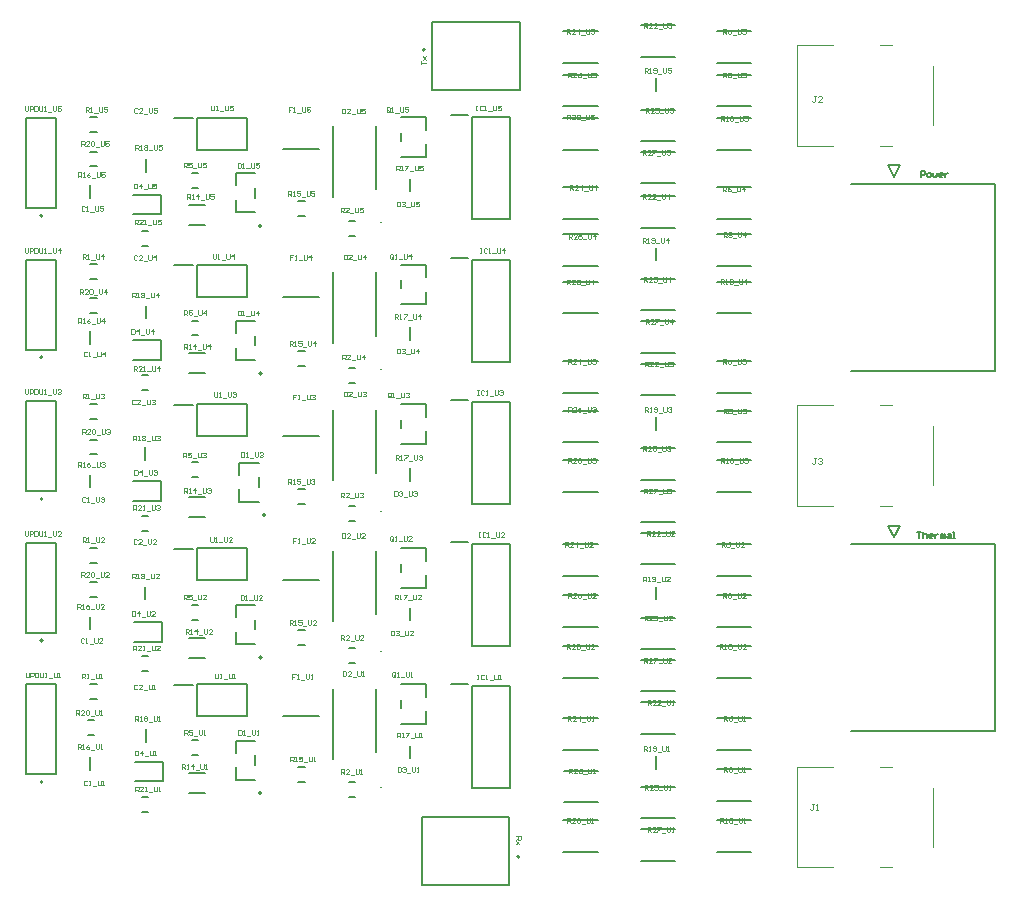
<source format=gto>
G04*
G04 #@! TF.GenerationSoftware,Altium Limited,Altium Designer,22.1.2 (22)*
G04*
G04 Layer_Color=65535*
%FSLAX25Y25*%
%MOIN*%
G70*
G04*
G04 #@! TF.SameCoordinates,1384077E-11D3-43F0-9A77-4EE49B0B0899*
G04*
G04*
G04 #@! TF.FilePolarity,Positive*
G04*
G01*
G75*
%ADD10C,0.00394*%
%ADD11C,0.00787*%
%ADD12C,0.00600*%
%ADD13C,0.00500*%
%ADD14C,0.00400*%
D10*
X260452Y401000D02*
G03*
X260058Y401000I-197J0D01*
G01*
D02*
G03*
X260452Y401000I197J0D01*
G01*
Y352000D02*
G03*
X260058Y352000I-197J0D01*
G01*
D02*
G03*
X260452Y352000I197J0D01*
G01*
Y304500D02*
G03*
X260058Y304500I-197J0D01*
G01*
D02*
G03*
X260452Y304500I197J0D01*
G01*
Y258000D02*
G03*
X260058Y258000I-197J0D01*
G01*
D02*
G03*
X260452Y258000I197J0D01*
G01*
Y212500D02*
G03*
X260058Y212500I-197J0D01*
G01*
D02*
G03*
X260452Y212500I197J0D01*
G01*
X426559Y219469D02*
X430496D01*
X426559Y186004D02*
X430496D01*
X444276Y192894D02*
Y212579D01*
X399000Y219469D02*
X410811D01*
X399000Y186004D02*
Y219469D01*
Y186004D02*
X410811D01*
X399000Y306500D02*
X410811D01*
X399000D02*
Y339965D01*
X410811D01*
X444276Y313390D02*
Y333075D01*
X426559Y306500D02*
X430496D01*
X426559Y339965D02*
X430496D01*
X399000Y426532D02*
X410811D01*
X399000D02*
Y459996D01*
X410811D01*
X444276Y433421D02*
Y453106D01*
X426559Y426532D02*
X430496D01*
X426559Y459996D02*
X430496D01*
X405172Y322484D02*
X404516D01*
X404844D01*
Y320844D01*
X404516Y320516D01*
X404188D01*
X403860Y320844D01*
X405828Y322156D02*
X406156Y322484D01*
X406812D01*
X407140Y322156D01*
Y321828D01*
X406812Y321500D01*
X406484D01*
X406812D01*
X407140Y321172D01*
Y320844D01*
X406812Y320516D01*
X406156D01*
X405828Y320844D01*
X405172Y442984D02*
X404516D01*
X404844D01*
Y441344D01*
X404516Y441016D01*
X404188D01*
X403860Y441344D01*
X407140Y441016D02*
X405828D01*
X407140Y442328D01*
Y442656D01*
X406812Y442984D01*
X406156D01*
X405828Y442656D01*
X404500Y206984D02*
X403844D01*
X404172D01*
Y205344D01*
X403844Y205016D01*
X403516D01*
X403188Y205344D01*
X405156Y205016D02*
X405812D01*
X405484D01*
Y206984D01*
X405156Y206656D01*
D11*
X147394Y214443D02*
G03*
X147394Y214443I-394J0D01*
G01*
X274785Y458567D02*
G03*
X274785Y458567I-394J0D01*
G01*
X306295Y189500D02*
G03*
X306295Y189500I-394J0D01*
G01*
X147394Y261647D02*
G03*
X147394Y261647I-394J0D01*
G01*
Y308850D02*
G03*
X147394Y308850I-394J0D01*
G01*
Y356054D02*
G03*
X147394Y356054I-394J0D01*
G01*
Y403258D02*
G03*
X147394Y403258I-394J0D01*
G01*
X321300Y207783D02*
X332700D01*
X321300Y218217D02*
X332700D01*
X352000Y388433D02*
Y392567D01*
X346800Y409717D02*
X358200D01*
X346800Y399284D02*
X358200D01*
X352000Y444933D02*
Y449067D01*
Y331933D02*
Y336067D01*
Y275433D02*
Y279567D01*
Y218933D02*
Y223067D01*
X227516Y281714D02*
X239484D01*
X227516Y329687D02*
X239484D01*
X227516Y376187D02*
X239484D01*
X227516Y425445D02*
X239484D01*
X227516Y236372D02*
X239484D01*
X191362Y386659D02*
X197465D01*
X198842Y376187D02*
Y386817D01*
Y376187D02*
X215575D01*
Y386817D01*
X198842D02*
X215575D01*
X177614Y314748D02*
X186866D01*
Y308252D02*
Y314748D01*
X177614Y308252D02*
X186866D01*
X181898Y227882D02*
Y232118D01*
X181500Y275382D02*
Y279618D01*
X177850Y267748D02*
X187102D01*
Y261252D02*
Y267748D01*
X177850Y261252D02*
X187102D01*
X178248Y221248D02*
X187500D01*
Y214752D02*
Y221248D01*
X178248Y214752D02*
X187500D01*
X181748Y369054D02*
Y373290D01*
X181500Y321882D02*
Y326118D01*
X181748Y417804D02*
Y422040D01*
X177614Y403752D02*
X186866D01*
Y410248D01*
X177614D02*
X186866D01*
X177614Y361748D02*
X186866D01*
Y355252D02*
Y361748D01*
X177614Y355252D02*
X186866D01*
X152000Y217002D02*
Y247002D01*
X142000Y217002D02*
Y247002D01*
X152000D01*
X142000Y217002D02*
X152000D01*
X321032Y370783D02*
X332433D01*
X321032Y381217D02*
X332433D01*
X321032Y425283D02*
X332433D01*
X321032Y435717D02*
X332433D01*
X321032Y225283D02*
X332433D01*
X321032Y235717D02*
X332433D01*
X321032Y249283D02*
X332433D01*
X321032Y259717D02*
X332433D01*
X321032Y276717D02*
X332433D01*
X321032Y266283D02*
X332433D01*
X321032Y283283D02*
X332433D01*
X321032Y293717D02*
X332433D01*
X321032Y311283D02*
X332433D01*
X321032Y321717D02*
X332433D01*
X321032Y338217D02*
X332433D01*
X321032Y327783D02*
X332433D01*
X321032Y344283D02*
X332433D01*
X321032Y354717D02*
X332433D01*
X321032Y396967D02*
X332433D01*
X321032Y386533D02*
X332433D01*
X321032Y402283D02*
X332433D01*
X321032Y412717D02*
X332433D01*
X321032Y450217D02*
X332433D01*
X321032Y439783D02*
X332433D01*
X321032Y454283D02*
X332433D01*
X321032Y464717D02*
X332433D01*
X290701Y436028D02*
X303299D01*
Y401972D02*
Y436028D01*
X290701Y401972D02*
X303299D01*
X290701D02*
Y436028D01*
X283417Y436657D02*
X289323D01*
X346800Y343441D02*
X358200D01*
X346800Y353874D02*
X358200D01*
X372300Y425283D02*
X383700D01*
X372300Y435717D02*
X383700D01*
X372300Y450217D02*
X383700D01*
X372300Y439783D02*
X383700D01*
X372300Y464717D02*
X383700D01*
X372300Y454283D02*
X383700D01*
X346800Y413968D02*
X358200D01*
X346800Y424401D02*
X358200D01*
X321032Y191283D02*
X332433D01*
X321032Y201717D02*
X332433D01*
X346800Y357547D02*
X358200D01*
X346800Y367980D02*
X358200D01*
X346800Y301126D02*
X358200D01*
X346800Y311559D02*
X358200D01*
X346800Y244705D02*
X358200D01*
X346800Y255138D02*
X358200D01*
X346800Y188283D02*
X358200D01*
X346800Y198717D02*
X358200D01*
X346800Y438506D02*
X358200D01*
X346800Y428073D02*
X358200D01*
X346800Y382085D02*
X358200D01*
X346800Y371652D02*
X358200D01*
X346800Y325664D02*
X358200D01*
X346800Y315231D02*
X358200D01*
X346800Y269243D02*
X358200D01*
X346800Y258810D02*
X358200D01*
X346800Y212822D02*
X358200D01*
X346800Y202389D02*
X358200D01*
X346800Y456283D02*
X358200D01*
X346800Y466716D02*
X358200D01*
X346800Y287020D02*
X358200D01*
X346800Y297453D02*
X358200D01*
X346800Y230599D02*
X358200D01*
X346800Y241032D02*
X358200D01*
X372300Y370783D02*
X383700D01*
X372300Y381217D02*
X383700D01*
X372300Y311283D02*
X383700D01*
X372300Y321717D02*
X383700D01*
X372300Y249283D02*
X383700D01*
X372300Y259717D02*
X383700D01*
X372300Y191283D02*
X383700D01*
X372300Y201717D02*
X383700D01*
X372300Y396967D02*
X383700D01*
X372300Y386533D02*
X383700D01*
X372300Y338217D02*
X383700D01*
X372300Y327783D02*
X383700D01*
X372300Y276717D02*
X383700D01*
X372300Y266283D02*
X383700D01*
X372300Y218717D02*
X383700D01*
X372300Y208283D02*
X383700D01*
X372300Y412717D02*
X383700D01*
X372300Y402283D02*
X383700D01*
X372300Y354717D02*
X383700D01*
X372300Y344283D02*
X383700D01*
X372300Y293717D02*
X383700D01*
X372300Y283283D02*
X383700D01*
X372300Y235717D02*
X383700D01*
X372300Y225283D02*
X383700D01*
X244366Y409606D02*
Y433032D01*
X258634Y411969D02*
Y433032D01*
X244366Y360906D02*
Y384332D01*
X258634Y363269D02*
Y384332D01*
X244366Y315106D02*
Y338532D01*
X258634Y317469D02*
Y338532D01*
X244366Y268106D02*
Y291532D01*
X258634Y270469D02*
Y291532D01*
X244366Y222106D02*
Y245532D01*
X258634Y224469D02*
Y245532D01*
X142000Y264206D02*
X152000D01*
X142000Y294206D02*
X152000D01*
X142000Y264206D02*
Y294206D01*
X152000Y264206D02*
Y294206D01*
X142000Y311410D02*
X152000D01*
X142000Y341410D02*
X152000D01*
X142000Y311410D02*
Y341410D01*
X152000Y311410D02*
Y341410D01*
X142000Y358613D02*
X152000D01*
X142000Y388613D02*
X152000D01*
X142000Y358613D02*
Y388613D01*
X152000Y358613D02*
Y388613D01*
X142000Y405817D02*
X152000D01*
X142000Y435817D02*
X152000D01*
X142000Y405817D02*
Y435817D01*
X152000Y405817D02*
Y435817D01*
X283417Y389244D02*
X289323D01*
X290701Y354559D02*
Y388614D01*
Y354559D02*
X303299D01*
Y388614D01*
X290701D02*
X303299D01*
X269704Y222382D02*
Y226618D01*
X163169Y218524D02*
Y222761D01*
X198842Y247002D02*
X215575D01*
Y236372D02*
Y247002D01*
X198842Y236372D02*
X215575D01*
X198842D02*
Y247002D01*
X191362Y246844D02*
X197465D01*
X163169Y409129D02*
Y413366D01*
Y360463D02*
Y364699D01*
X198842Y340317D02*
X215575D01*
Y329687D02*
Y340317D01*
X198842Y329687D02*
X215575D01*
X198842D02*
Y340317D01*
X191362Y340159D02*
X197465D01*
X198842Y435817D02*
X215575D01*
Y425187D02*
Y435817D01*
X198842Y425187D02*
X215575D01*
X198842D02*
Y435817D01*
X191362Y435659D02*
X197465D01*
X269704Y361882D02*
Y366118D01*
Y411382D02*
Y415618D01*
Y314882D02*
Y319118D01*
Y268382D02*
Y272618D01*
X290701Y246372D02*
X303299D01*
Y212317D02*
Y246372D01*
X290701Y212317D02*
X303299D01*
X290701D02*
Y246372D01*
X283417Y247002D02*
X289323D01*
X290701Y293786D02*
X303299D01*
Y259731D02*
Y293786D01*
X290701Y259731D02*
X303299D01*
X290701D02*
Y293786D01*
X283417Y294416D02*
X289323D01*
X290701Y341200D02*
X303299D01*
Y307145D02*
Y341200D01*
X290701Y307145D02*
X303299D01*
X290701D02*
Y341200D01*
X283417Y341830D02*
X289323D01*
X163169Y265305D02*
Y269541D01*
Y312629D02*
Y316866D01*
X198842Y292344D02*
X215575D01*
Y281714D02*
Y292344D01*
X198842Y281714D02*
X215575D01*
X198842D02*
Y292344D01*
X191362Y292187D02*
X197465D01*
D12*
X220421Y399909D02*
G03*
X220421Y399909I-500J0D01*
G01*
Y210752D02*
G03*
X220421Y210752I-500J0D01*
G01*
Y255923D02*
G03*
X220421Y255923I-500J0D01*
G01*
X221642Y303410D02*
G03*
X221642Y303410I-500J0D01*
G01*
X220421Y350659D02*
G03*
X220421Y350659I-500J0D01*
G01*
X275050Y431910D02*
Y436100D01*
X266950Y428160D02*
Y430840D01*
Y422900D02*
X275050D01*
Y427090D01*
X266950Y436100D02*
X275050D01*
X211744Y404409D02*
Y408499D01*
Y404409D02*
X218256D01*
X211744Y413327D02*
Y417417D01*
X218256D01*
Y409292D02*
Y412535D01*
X266950Y247096D02*
X275050D01*
Y233896D02*
Y238086D01*
X266950Y233896D02*
X275050D01*
X266950Y239156D02*
Y241836D01*
X275050Y242906D02*
Y247096D01*
X211744Y215252D02*
Y219342D01*
Y215252D02*
X218256D01*
X211744Y224170D02*
Y228260D01*
X218256D01*
Y220135D02*
Y223377D01*
X211744Y260423D02*
Y264513D01*
Y260423D02*
X218256D01*
X211744Y269341D02*
Y273431D01*
X218256D01*
Y265306D02*
Y268549D01*
X266950Y340411D02*
X275050D01*
Y327211D02*
Y331401D01*
X266950Y327211D02*
X275050D01*
X266950Y332471D02*
Y335151D01*
X275050Y336221D02*
Y340411D01*
X212965Y307909D02*
Y311999D01*
Y307909D02*
X219476D01*
X212965Y316827D02*
Y320917D01*
X219476D01*
Y312792D02*
Y316035D01*
X211744Y355159D02*
Y359249D01*
Y355159D02*
X218256D01*
X211744Y364077D02*
Y368167D01*
X218256D01*
Y360042D02*
Y363285D01*
X266950Y386911D02*
X275050D01*
Y373711D02*
Y377901D01*
X266950Y373711D02*
X275050D01*
X266950Y378971D02*
Y381651D01*
X275050Y382721D02*
Y386911D01*
X266950Y292438D02*
X275050D01*
Y279238D02*
Y283428D01*
X266950Y279238D02*
X275050D01*
X266950Y284498D02*
Y287178D01*
X275050Y288248D02*
Y292438D01*
D13*
X416937Y293741D02*
X464890D01*
Y231339D02*
Y293741D01*
X416937Y231339D02*
X464890D01*
X429102Y299942D02*
X433039D01*
X431071Y296005D02*
X433039Y299942D01*
X429102D02*
X431071Y296005D01*
X180398Y209461D02*
X182602D01*
X180398Y204539D02*
X182602D01*
X180398Y256461D02*
X182602D01*
X180398Y251539D02*
X182602D01*
X180398Y303187D02*
X182602D01*
X180398Y298266D02*
X182602D01*
X180398Y349961D02*
X182602D01*
X180398Y345039D02*
X182602D01*
X180398Y397961D02*
X182602D01*
X180398Y393039D02*
X182602D01*
X232535Y311961D02*
X234740D01*
X232535Y307039D02*
X234740D01*
X232535Y357961D02*
X234740D01*
X232535Y353039D02*
X234740D01*
X232535Y407961D02*
X234740D01*
X232535Y403039D02*
X234740D01*
X232535Y264961D02*
X234740D01*
X232535Y260039D02*
X234740D01*
X232535Y219461D02*
X234740D01*
X232535Y214539D02*
X234740D01*
X197051Y368217D02*
X199256D01*
X197051Y363296D02*
X199256D01*
X429102Y419973D02*
X431071Y416036D01*
X433039Y419973D01*
X429102D02*
X433039D01*
X416937Y351371D02*
X464890D01*
Y413773D01*
X416937D02*
X464890D01*
X277305Y445181D02*
X306439D01*
Y467819D01*
X277305D02*
X306439D01*
X277305Y445181D02*
Y467819D01*
X302988Y180248D02*
Y202886D01*
X273854Y180248D02*
X302988D01*
X273854D02*
Y202886D01*
X302988D01*
X249448Y396539D02*
X251652D01*
X249448Y401461D02*
X251652D01*
X163248Y435961D02*
X165453D01*
X163248Y431039D02*
X165453D01*
X249448Y352461D02*
X251652D01*
X249448Y347539D02*
X251652D01*
X249448Y306461D02*
X251652D01*
X249448Y301539D02*
X251652D01*
X249448Y258961D02*
X251652D01*
X249448Y254039D02*
X251652D01*
X249448Y214461D02*
X251652D01*
X249448Y209539D02*
X251652D01*
X163248Y424615D02*
X165453D01*
X163248Y419694D02*
X165453D01*
X162398Y234961D02*
X164602D01*
X162398Y230040D02*
X164602D01*
X196362Y210654D02*
X201638D01*
X196362Y217346D02*
X201638D01*
X197051Y223389D02*
X199256D01*
X197051Y228310D02*
X199256D01*
X196362Y255654D02*
X201638D01*
X196362Y262346D02*
X201638D01*
X163248Y375781D02*
X165453D01*
X163248Y370860D02*
X165453D01*
X163248Y328615D02*
X165453D01*
X163248Y323694D02*
X165453D01*
X197051Y316046D02*
X199256D01*
X197051Y320967D02*
X199256D01*
X196362Y350654D02*
X201638D01*
X196362Y357346D02*
X201638D01*
X196362Y400154D02*
X201638D01*
X196362Y406846D02*
X201638D01*
X197051Y412546D02*
X199256D01*
X197051Y417467D02*
X199256D01*
X163248Y386961D02*
X165453D01*
X163248Y382039D02*
X165453D01*
X163248Y247146D02*
X165453D01*
X163248Y242224D02*
X165453D01*
X163248Y292488D02*
X165453D01*
X163248Y287567D02*
X165453D01*
X163248Y340461D02*
X165453D01*
X163248Y335539D02*
X165453D01*
X163248Y280967D02*
X165453D01*
X163248Y276045D02*
X165453D01*
X197051Y268560D02*
X199256D01*
X197051Y273481D02*
X199256D01*
X196362Y302654D02*
X201638D01*
X196362Y309346D02*
X201638D01*
X438739Y297729D02*
X440072D01*
X439406D01*
Y295730D01*
X440739Y297729D02*
Y295730D01*
Y296729D01*
X441072Y297062D01*
X441739D01*
X442072Y296729D01*
Y295730D01*
X443738D02*
X443071D01*
X442738Y296063D01*
Y296729D01*
X443071Y297062D01*
X443738D01*
X444071Y296729D01*
Y296396D01*
X442738D01*
X444738Y297062D02*
Y295730D01*
Y296396D01*
X445071Y296729D01*
X445404Y297062D01*
X445737D01*
X446737Y295730D02*
Y297062D01*
X447070D01*
X447403Y296729D01*
Y295730D01*
Y296729D01*
X447737Y297062D01*
X448070Y296729D01*
Y295730D01*
X449069Y297062D02*
X449736D01*
X450069Y296729D01*
Y295730D01*
X449069D01*
X448736Y296063D01*
X449069Y296396D01*
X450069D01*
X450736Y295730D02*
X451402D01*
X451069D01*
Y297729D01*
X450736D01*
X440072Y416261D02*
Y418260D01*
X441072D01*
X441405Y417927D01*
Y417261D01*
X441072Y416928D01*
X440072D01*
X442405Y416261D02*
X443071D01*
X443404Y416594D01*
Y417261D01*
X443071Y417594D01*
X442405D01*
X442072Y417261D01*
Y416594D01*
X442405Y416261D01*
X444071Y417594D02*
Y416594D01*
X444404Y416261D01*
X444737Y416594D01*
X445071Y416261D01*
X445404Y416594D01*
Y417594D01*
X447070Y416261D02*
X446404D01*
X446070Y416594D01*
Y417261D01*
X446404Y417594D01*
X447070D01*
X447403Y417261D01*
Y416928D01*
X446070D01*
X448070Y417594D02*
Y416261D01*
Y416928D01*
X448403Y417261D01*
X448736Y417594D01*
X449069D01*
D14*
X178101Y400334D02*
Y401933D01*
X178901D01*
X179168Y401666D01*
Y401133D01*
X178901Y400867D01*
X178101D01*
X178635D02*
X179168Y400334D01*
X180767D02*
X179701D01*
X180767Y401400D01*
Y401666D01*
X180501Y401933D01*
X179967D01*
X179701Y401666D01*
X181300Y400334D02*
X181834D01*
X181567D01*
Y401933D01*
X181300Y401666D01*
X182633Y400067D02*
X183700D01*
X184233Y401933D02*
Y400600D01*
X184499Y400334D01*
X185032D01*
X185299Y400600D01*
Y401933D01*
X186899D02*
X185832D01*
Y401133D01*
X186365Y401400D01*
X186632D01*
X186899Y401133D01*
Y400600D01*
X186632Y400334D01*
X186099D01*
X185832Y400600D01*
X177818Y351616D02*
Y353215D01*
X178618D01*
X178884Y352948D01*
Y352415D01*
X178618Y352149D01*
X177818D01*
X178351D02*
X178884Y351616D01*
X180484D02*
X179418D01*
X180484Y352682D01*
Y352948D01*
X180217Y353215D01*
X179684D01*
X179418Y352948D01*
X181017Y351616D02*
X181550D01*
X181284D01*
Y353215D01*
X181017Y352948D01*
X182350Y351349D02*
X183416D01*
X183949Y353215D02*
Y351882D01*
X184216Y351616D01*
X184749D01*
X185016Y351882D01*
Y353215D01*
X186349Y351616D02*
Y353215D01*
X185549Y352415D01*
X186615D01*
X177601Y305060D02*
Y306659D01*
X178401D01*
X178668Y306393D01*
Y305859D01*
X178401Y305593D01*
X177601D01*
X178135D02*
X178668Y305060D01*
X180267D02*
X179201D01*
X180267Y306126D01*
Y306393D01*
X180001Y306659D01*
X179467D01*
X179201Y306393D01*
X180800Y305060D02*
X181333D01*
X181067D01*
Y306659D01*
X180800Y306393D01*
X182133Y304793D02*
X183200D01*
X183733Y306659D02*
Y305326D01*
X183999Y305060D01*
X184532D01*
X184799Y305326D01*
Y306659D01*
X185332Y306393D02*
X185599Y306659D01*
X186132D01*
X186399Y306393D01*
Y306126D01*
X186132Y305859D01*
X185865D01*
X186132D01*
X186399Y305593D01*
Y305326D01*
X186132Y305060D01*
X185599D01*
X185332Y305326D01*
X177601Y258334D02*
Y259933D01*
X178401D01*
X178668Y259666D01*
Y259133D01*
X178401Y258867D01*
X177601D01*
X178135D02*
X178668Y258334D01*
X180267D02*
X179201D01*
X180267Y259400D01*
Y259666D01*
X180001Y259933D01*
X179467D01*
X179201Y259666D01*
X180800Y258334D02*
X181333D01*
X181067D01*
Y259933D01*
X180800Y259666D01*
X182133Y258067D02*
X183200D01*
X183733Y259933D02*
Y258600D01*
X183999Y258334D01*
X184532D01*
X184799Y258600D01*
Y259933D01*
X186399Y258334D02*
X185332D01*
X186399Y259400D01*
Y259666D01*
X186132Y259933D01*
X185599D01*
X185332Y259666D01*
X178368Y211334D02*
Y212933D01*
X179168D01*
X179434Y212666D01*
Y212133D01*
X179168Y211867D01*
X178368D01*
X178901D02*
X179434Y211334D01*
X181034D02*
X179967D01*
X181034Y212400D01*
Y212666D01*
X180767Y212933D01*
X180234D01*
X179967Y212666D01*
X181567Y211334D02*
X182100D01*
X181834D01*
Y212933D01*
X181567Y212666D01*
X182900Y211067D02*
X183966D01*
X184499Y212933D02*
Y211600D01*
X184766Y211334D01*
X185299D01*
X185566Y211600D01*
Y212933D01*
X186099Y211334D02*
X186632D01*
X186365D01*
Y212933D01*
X186099Y212666D01*
X141502Y439750D02*
Y438417D01*
X141769Y438151D01*
X142302D01*
X142568Y438417D01*
Y439750D01*
X143101Y438151D02*
Y439750D01*
X143901D01*
X144168Y439483D01*
Y438950D01*
X143901Y438684D01*
X143101D01*
X144701Y439750D02*
Y438151D01*
X145501D01*
X145767Y438417D01*
Y439483D01*
X145501Y439750D01*
X144701D01*
X146300D02*
Y438417D01*
X146567Y438151D01*
X147100D01*
X147367Y438417D01*
Y439750D01*
X147900Y438151D02*
X148433D01*
X148167D01*
Y439750D01*
X147900Y439483D01*
X149233Y437884D02*
X150299D01*
X150832Y439750D02*
Y438417D01*
X151099Y438151D01*
X151632D01*
X151899Y438417D01*
Y439750D01*
X153498D02*
X152432D01*
Y438950D01*
X152965Y439217D01*
X153232D01*
X153498Y438950D01*
Y438417D01*
X153232Y438151D01*
X152698D01*
X152432Y438417D01*
X141502Y392546D02*
Y391213D01*
X141769Y390947D01*
X142302D01*
X142568Y391213D01*
Y392546D01*
X143101Y390947D02*
Y392546D01*
X143901D01*
X144168Y392280D01*
Y391746D01*
X143901Y391480D01*
X143101D01*
X144701Y392546D02*
Y390947D01*
X145501D01*
X145767Y391213D01*
Y392280D01*
X145501Y392546D01*
X144701D01*
X146300D02*
Y391213D01*
X146567Y390947D01*
X147100D01*
X147367Y391213D01*
Y392546D01*
X147900Y390947D02*
X148433D01*
X148167D01*
Y392546D01*
X147900Y392280D01*
X149233Y390680D02*
X150299D01*
X150832Y392546D02*
Y391213D01*
X151099Y390947D01*
X151632D01*
X151899Y391213D01*
Y392546D01*
X153232Y390947D02*
Y392546D01*
X152432Y391746D01*
X153498D01*
X141502Y345342D02*
Y344009D01*
X141769Y343743D01*
X142302D01*
X142568Y344009D01*
Y345342D01*
X143101Y343743D02*
Y345342D01*
X143901D01*
X144168Y345076D01*
Y344543D01*
X143901Y344276D01*
X143101D01*
X144701Y345342D02*
Y343743D01*
X145501D01*
X145767Y344009D01*
Y345076D01*
X145501Y345342D01*
X144701D01*
X146300D02*
Y344009D01*
X146567Y343743D01*
X147100D01*
X147367Y344009D01*
Y345342D01*
X147900Y343743D02*
X148433D01*
X148167D01*
Y345342D01*
X147900Y345076D01*
X149233Y343476D02*
X150299D01*
X150832Y345342D02*
Y344009D01*
X151099Y343743D01*
X151632D01*
X151899Y344009D01*
Y345342D01*
X152432Y345076D02*
X152698Y345342D01*
X153232D01*
X153498Y345076D01*
Y344809D01*
X153232Y344543D01*
X152965D01*
X153232D01*
X153498Y344276D01*
Y344009D01*
X153232Y343743D01*
X152698D01*
X152432Y344009D01*
X141502Y298139D02*
Y296806D01*
X141769Y296539D01*
X142302D01*
X142568Y296806D01*
Y298139D01*
X143101Y296539D02*
Y298139D01*
X143901D01*
X144168Y297872D01*
Y297339D01*
X143901Y297072D01*
X143101D01*
X144701Y298139D02*
Y296539D01*
X145501D01*
X145767Y296806D01*
Y297872D01*
X145501Y298139D01*
X144701D01*
X146300D02*
Y296806D01*
X146567Y296539D01*
X147100D01*
X147367Y296806D01*
Y298139D01*
X147900Y296539D02*
X148433D01*
X148167D01*
Y298139D01*
X147900Y297872D01*
X149233Y296273D02*
X150299D01*
X150832Y298139D02*
Y296806D01*
X151099Y296539D01*
X151632D01*
X151899Y296806D01*
Y298139D01*
X153498Y296539D02*
X152432D01*
X153498Y297605D01*
Y297872D01*
X153232Y298139D01*
X152698D01*
X152432Y297872D01*
X141769Y250935D02*
Y249602D01*
X142035Y249335D01*
X142568D01*
X142835Y249602D01*
Y250935D01*
X143368Y249335D02*
Y250935D01*
X144168D01*
X144434Y250668D01*
Y250135D01*
X144168Y249869D01*
X143368D01*
X144967Y250935D02*
Y249335D01*
X145767D01*
X146034Y249602D01*
Y250668D01*
X145767Y250935D01*
X144967D01*
X146567D02*
Y249602D01*
X146834Y249335D01*
X147367D01*
X147633Y249602D01*
Y250935D01*
X148167Y249335D02*
X148700D01*
X148433D01*
Y250935D01*
X148167Y250668D01*
X149499Y249069D02*
X150566D01*
X151099Y250935D02*
Y249602D01*
X151365Y249335D01*
X151899D01*
X152165Y249602D01*
Y250935D01*
X152698Y249335D02*
X153232D01*
X152965D01*
Y250935D01*
X152698Y250668D01*
X203610Y439935D02*
Y438602D01*
X203876Y438335D01*
X204409D01*
X204676Y438602D01*
Y439935D01*
X205209Y438335D02*
X205742D01*
X205476D01*
Y439935D01*
X205209Y439668D01*
X206542Y438069D02*
X207608D01*
X208142Y439935D02*
Y438602D01*
X208408Y438335D01*
X208941D01*
X209208Y438602D01*
Y439935D01*
X210807D02*
X209741D01*
Y439135D01*
X210274Y439402D01*
X210541D01*
X210807Y439135D01*
Y438602D01*
X210541Y438335D01*
X210008D01*
X209741Y438602D01*
X204110Y390435D02*
Y389102D01*
X204376Y388835D01*
X204909D01*
X205176Y389102D01*
Y390435D01*
X205709Y388835D02*
X206242D01*
X205976D01*
Y390435D01*
X205709Y390168D01*
X207042Y388569D02*
X208108D01*
X208642Y390435D02*
Y389102D01*
X208908Y388835D01*
X209441D01*
X209708Y389102D01*
Y390435D01*
X211041Y388835D02*
Y390435D01*
X210241Y389635D01*
X211307D01*
X204610Y344435D02*
Y343102D01*
X204876Y342835D01*
X205410D01*
X205676Y343102D01*
Y344435D01*
X206209Y342835D02*
X206742D01*
X206476D01*
Y344435D01*
X206209Y344168D01*
X207542Y342569D02*
X208608D01*
X209142Y344435D02*
Y343102D01*
X209408Y342835D01*
X209941D01*
X210208Y343102D01*
Y344435D01*
X210741Y344168D02*
X211008Y344435D01*
X211541D01*
X211807Y344168D01*
Y343902D01*
X211541Y343635D01*
X211274D01*
X211541D01*
X211807Y343369D01*
Y343102D01*
X211541Y342835D01*
X211008D01*
X210741Y343102D01*
X203330Y296210D02*
Y294877D01*
X203597Y294611D01*
X204130D01*
X204397Y294877D01*
Y296210D01*
X204930Y294611D02*
X205463D01*
X205196D01*
Y296210D01*
X204930Y295944D01*
X206263Y294344D02*
X207329D01*
X207862Y296210D02*
Y294877D01*
X208129Y294611D01*
X208662D01*
X208928Y294877D01*
Y296210D01*
X210528Y294611D02*
X209462D01*
X210528Y295677D01*
Y295944D01*
X210261Y296210D01*
X209728D01*
X209462Y295944D01*
X204876Y250620D02*
Y249287D01*
X205143Y249020D01*
X205676D01*
X205943Y249287D01*
Y250620D01*
X206476Y249020D02*
X207009D01*
X206742D01*
Y250620D01*
X206476Y250353D01*
X207809Y248754D02*
X208875D01*
X209408Y250620D02*
Y249287D01*
X209675Y249020D01*
X210208D01*
X210474Y249287D01*
Y250620D01*
X211008Y249020D02*
X211541D01*
X211274D01*
Y250620D01*
X211008Y250353D01*
X273572Y453667D02*
Y454733D01*
Y454200D01*
X275172D01*
X274106Y455267D02*
X275172Y456333D01*
X274639Y455800D01*
X274106Y456333D01*
X275172Y455267D01*
X305200Y196333D02*
X306800D01*
Y195533D01*
X306533Y195267D01*
X306000D01*
X305733Y195533D01*
Y196333D01*
Y195800D02*
X305200Y195267D01*
X306267Y194733D02*
X305200Y193667D01*
X305733Y194200D01*
X306267Y193667D01*
X305200Y194733D01*
X322200Y435334D02*
Y436933D01*
X323000D01*
X323267Y436666D01*
Y436133D01*
X323000Y435867D01*
X322200D01*
X322734D02*
X323267Y435334D01*
X324866D02*
X323800D01*
X324866Y436400D01*
Y436666D01*
X324600Y436933D01*
X324066D01*
X323800Y436666D01*
X325399D02*
X325666Y436933D01*
X326199D01*
X326466Y436666D01*
Y436400D01*
X326199Y436133D01*
X326466Y435867D01*
Y435600D01*
X326199Y435334D01*
X325666D01*
X325399Y435600D01*
Y435867D01*
X325666Y436133D01*
X325399Y436400D01*
Y436666D01*
X325666Y436133D02*
X326199D01*
X326999Y435067D02*
X328065D01*
X328598Y436933D02*
Y435600D01*
X328865Y435334D01*
X329398D01*
X329665Y435600D01*
Y436933D01*
X331264D02*
X330198D01*
Y436133D01*
X330731Y436400D01*
X330998D01*
X331264Y436133D01*
Y435600D01*
X330998Y435334D01*
X330464D01*
X330198Y435600D01*
X322200Y380334D02*
Y381933D01*
X323000D01*
X323267Y381666D01*
Y381133D01*
X323000Y380867D01*
X322200D01*
X322734D02*
X323267Y380334D01*
X324866D02*
X323800D01*
X324866Y381400D01*
Y381666D01*
X324600Y381933D01*
X324066D01*
X323800Y381666D01*
X325399D02*
X325666Y381933D01*
X326199D01*
X326466Y381666D01*
Y381400D01*
X326199Y381133D01*
X326466Y380867D01*
Y380600D01*
X326199Y380334D01*
X325666D01*
X325399Y380600D01*
Y380867D01*
X325666Y381133D01*
X325399Y381400D01*
Y381666D01*
X325666Y381133D02*
X326199D01*
X326999Y380067D02*
X328065D01*
X328598Y381933D02*
Y380600D01*
X328865Y380334D01*
X329398D01*
X329665Y380600D01*
Y381933D01*
X330998Y380334D02*
Y381933D01*
X330198Y381133D01*
X331264D01*
X322701Y320834D02*
Y322433D01*
X323500D01*
X323767Y322166D01*
Y321633D01*
X323500Y321367D01*
X322701D01*
X323234D02*
X323767Y320834D01*
X325366D02*
X324300D01*
X325366Y321900D01*
Y322166D01*
X325100Y322433D01*
X324567D01*
X324300Y322166D01*
X325899D02*
X326166Y322433D01*
X326699D01*
X326966Y322166D01*
Y321900D01*
X326699Y321633D01*
X326966Y321367D01*
Y321100D01*
X326699Y320834D01*
X326166D01*
X325899Y321100D01*
Y321367D01*
X326166Y321633D01*
X325899Y321900D01*
Y322166D01*
X326166Y321633D02*
X326699D01*
X327499Y320567D02*
X328565D01*
X329098Y322433D02*
Y321100D01*
X329365Y320834D01*
X329898D01*
X330165Y321100D01*
Y322433D01*
X330698Y322166D02*
X330964Y322433D01*
X331498D01*
X331764Y322166D01*
Y321900D01*
X331498Y321633D01*
X331231D01*
X331498D01*
X331764Y321367D01*
Y321100D01*
X331498Y320834D01*
X330964D01*
X330698Y321100D01*
X322200Y258834D02*
Y260433D01*
X323000D01*
X323267Y260166D01*
Y259633D01*
X323000Y259367D01*
X322200D01*
X322734D02*
X323267Y258834D01*
X324866D02*
X323800D01*
X324866Y259900D01*
Y260166D01*
X324600Y260433D01*
X324066D01*
X323800Y260166D01*
X325399D02*
X325666Y260433D01*
X326199D01*
X326466Y260166D01*
Y259900D01*
X326199Y259633D01*
X326466Y259367D01*
Y259100D01*
X326199Y258834D01*
X325666D01*
X325399Y259100D01*
Y259367D01*
X325666Y259633D01*
X325399Y259900D01*
Y260166D01*
X325666Y259633D02*
X326199D01*
X326999Y258567D02*
X328065D01*
X328598Y260433D02*
Y259100D01*
X328865Y258834D01*
X329398D01*
X329665Y259100D01*
Y260433D01*
X331264Y258834D02*
X330198D01*
X331264Y259900D01*
Y260166D01*
X330998Y260433D01*
X330464D01*
X330198Y260166D01*
X322341Y200834D02*
Y202433D01*
X323141D01*
X323407Y202167D01*
Y201633D01*
X323141Y201367D01*
X322341D01*
X322874D02*
X323407Y200834D01*
X325007D02*
X323940D01*
X325007Y201900D01*
Y202167D01*
X324740Y202433D01*
X324207D01*
X323940Y202167D01*
X325540D02*
X325807Y202433D01*
X326340D01*
X326606Y202167D01*
Y201900D01*
X326340Y201633D01*
X326606Y201367D01*
Y201100D01*
X326340Y200834D01*
X325807D01*
X325540Y201100D01*
Y201367D01*
X325807Y201633D01*
X325540Y201900D01*
Y202167D01*
X325807Y201633D02*
X326340D01*
X327139Y200567D02*
X328206D01*
X328739Y202433D02*
Y201100D01*
X329006Y200834D01*
X329539D01*
X329805Y201100D01*
Y202433D01*
X330339Y200834D02*
X330872D01*
X330605D01*
Y202433D01*
X330339Y202167D01*
X347468Y423518D02*
Y425117D01*
X348268D01*
X348534Y424851D01*
Y424318D01*
X348268Y424051D01*
X347468D01*
X348001D02*
X348534Y423518D01*
X350134D02*
X349068D01*
X350134Y424584D01*
Y424851D01*
X349867Y425117D01*
X349334D01*
X349068Y424851D01*
X350667Y425117D02*
X351733D01*
Y424851D01*
X350667Y423784D01*
Y423518D01*
X352267Y423251D02*
X353333D01*
X353866Y425117D02*
Y423784D01*
X354133Y423518D01*
X354666D01*
X354932Y423784D01*
Y425117D01*
X356532D02*
X355466D01*
Y424318D01*
X355999Y424584D01*
X356265D01*
X356532Y424318D01*
Y423784D01*
X356265Y423518D01*
X355732D01*
X355466Y423784D01*
X348468Y367097D02*
Y368696D01*
X349268D01*
X349535Y368430D01*
Y367896D01*
X349268Y367630D01*
X348468D01*
X349001D02*
X349535Y367097D01*
X351134D02*
X350068D01*
X351134Y368163D01*
Y368430D01*
X350867Y368696D01*
X350334D01*
X350068Y368430D01*
X351667Y368696D02*
X352733D01*
Y368430D01*
X351667Y367363D01*
Y367097D01*
X353267Y366830D02*
X354333D01*
X354866Y368696D02*
Y367363D01*
X355133Y367097D01*
X355666D01*
X355932Y367363D01*
Y368696D01*
X357265Y367097D02*
Y368696D01*
X356466Y367896D01*
X357532D01*
X347968Y310676D02*
Y312275D01*
X348768D01*
X349035Y312009D01*
Y311475D01*
X348768Y311209D01*
X347968D01*
X348501D02*
X349035Y310676D01*
X350634D02*
X349568D01*
X350634Y311742D01*
Y312009D01*
X350367Y312275D01*
X349834D01*
X349568Y312009D01*
X351167Y312275D02*
X352233D01*
Y312009D01*
X351167Y310942D01*
Y310676D01*
X352767Y310409D02*
X353833D01*
X354366Y312275D02*
Y310942D01*
X354633Y310676D01*
X355166D01*
X355432Y310942D01*
Y312275D01*
X355965Y312009D02*
X356232Y312275D01*
X356765D01*
X357032Y312009D01*
Y311742D01*
X356765Y311475D01*
X356499D01*
X356765D01*
X357032Y311209D01*
Y310942D01*
X356765Y310676D01*
X356232D01*
X355965Y310942D01*
X347968Y254255D02*
Y255854D01*
X348768D01*
X349035Y255588D01*
Y255054D01*
X348768Y254788D01*
X347968D01*
X348501D02*
X349035Y254255D01*
X350634D02*
X349568D01*
X350634Y255321D01*
Y255588D01*
X350367Y255854D01*
X349834D01*
X349568Y255588D01*
X351167Y255854D02*
X352233D01*
Y255588D01*
X351167Y254521D01*
Y254255D01*
X352767Y253988D02*
X353833D01*
X354366Y255854D02*
Y254521D01*
X354633Y254255D01*
X355166D01*
X355432Y254521D01*
Y255854D01*
X357032Y254255D02*
X355965D01*
X357032Y255321D01*
Y255588D01*
X356765Y255854D01*
X356232D01*
X355965Y255588D01*
X349109Y197834D02*
Y199433D01*
X349908D01*
X350175Y199167D01*
Y198633D01*
X349908Y198367D01*
X349109D01*
X349642D02*
X350175Y197834D01*
X351775D02*
X350708D01*
X351775Y198900D01*
Y199167D01*
X351508Y199433D01*
X350975D01*
X350708Y199167D01*
X352308Y199433D02*
X353374D01*
Y199167D01*
X352308Y198100D01*
Y197834D01*
X353907Y197567D02*
X354974D01*
X355507Y199433D02*
Y198100D01*
X355773Y197834D01*
X356306D01*
X356573Y198100D01*
Y199433D01*
X357106Y197834D02*
X357639D01*
X357373D01*
Y199433D01*
X357106Y199167D01*
X322701Y449334D02*
Y450933D01*
X323500D01*
X323767Y450666D01*
Y450133D01*
X323500Y449867D01*
X322701D01*
X323234D02*
X323767Y449334D01*
X325366D02*
X324300D01*
X325366Y450400D01*
Y450666D01*
X325100Y450933D01*
X324567D01*
X324300Y450666D01*
X326966Y450933D02*
X326433Y450666D01*
X325899Y450133D01*
Y449600D01*
X326166Y449334D01*
X326699D01*
X326966Y449600D01*
Y449867D01*
X326699Y450133D01*
X325899D01*
X327499Y449067D02*
X328565D01*
X329098Y450933D02*
Y449600D01*
X329365Y449334D01*
X329898D01*
X330165Y449600D01*
Y450933D01*
X331764D02*
X330698D01*
Y450133D01*
X331231Y450400D01*
X331498D01*
X331764Y450133D01*
Y449600D01*
X331498Y449334D01*
X330964D01*
X330698Y449600D01*
X322826Y395584D02*
Y397183D01*
X323626D01*
X323893Y396916D01*
Y396383D01*
X323626Y396117D01*
X322826D01*
X323360D02*
X323893Y395584D01*
X325492D02*
X324426D01*
X325492Y396650D01*
Y396916D01*
X325226Y397183D01*
X324693D01*
X324426Y396916D01*
X327092Y397183D02*
X326559Y396916D01*
X326025Y396383D01*
Y395850D01*
X326292Y395584D01*
X326825D01*
X327092Y395850D01*
Y396117D01*
X326825Y396383D01*
X326025D01*
X327625Y395317D02*
X328691D01*
X329224Y397183D02*
Y395850D01*
X329491Y395584D01*
X330024D01*
X330291Y395850D01*
Y397183D01*
X331624Y395584D02*
Y397183D01*
X330824Y396383D01*
X331890D01*
X322701Y337834D02*
Y339433D01*
X323500D01*
X323767Y339166D01*
Y338633D01*
X323500Y338367D01*
X322701D01*
X323234D02*
X323767Y337834D01*
X325366D02*
X324300D01*
X325366Y338900D01*
Y339166D01*
X325100Y339433D01*
X324567D01*
X324300Y339166D01*
X326966Y339433D02*
X326433Y339166D01*
X325899Y338633D01*
Y338100D01*
X326166Y337834D01*
X326699D01*
X326966Y338100D01*
Y338367D01*
X326699Y338633D01*
X325899D01*
X327499Y337567D02*
X328565D01*
X329098Y339433D02*
Y338100D01*
X329365Y337834D01*
X329898D01*
X330165Y338100D01*
Y339433D01*
X330698Y339166D02*
X330964Y339433D01*
X331498D01*
X331764Y339166D01*
Y338900D01*
X331498Y338633D01*
X331231D01*
X331498D01*
X331764Y338367D01*
Y338100D01*
X331498Y337834D01*
X330964D01*
X330698Y338100D01*
X322701Y275834D02*
Y277433D01*
X323500D01*
X323767Y277166D01*
Y276633D01*
X323500Y276367D01*
X322701D01*
X323234D02*
X323767Y275834D01*
X325366D02*
X324300D01*
X325366Y276900D01*
Y277166D01*
X325100Y277433D01*
X324567D01*
X324300Y277166D01*
X326966Y277433D02*
X326433Y277166D01*
X325899Y276633D01*
Y276100D01*
X326166Y275834D01*
X326699D01*
X326966Y276100D01*
Y276367D01*
X326699Y276633D01*
X325899D01*
X327499Y275567D02*
X328565D01*
X329098Y277433D02*
Y276100D01*
X329365Y275834D01*
X329898D01*
X330165Y276100D01*
Y277433D01*
X331764Y275834D02*
X330698D01*
X331764Y276900D01*
Y277166D01*
X331498Y277433D01*
X330964D01*
X330698Y277166D01*
X322861Y217334D02*
Y218933D01*
X323660D01*
X323927Y218666D01*
Y218133D01*
X323660Y217867D01*
X322861D01*
X323394D02*
X323927Y217334D01*
X325526D02*
X324460D01*
X325526Y218400D01*
Y218666D01*
X325260Y218933D01*
X324727D01*
X324460Y218666D01*
X327126Y218933D02*
X326593Y218666D01*
X326060Y218133D01*
Y217600D01*
X326326Y217334D01*
X326859D01*
X327126Y217600D01*
Y217867D01*
X326859Y218133D01*
X326060D01*
X327659Y217067D02*
X328726D01*
X329259Y218933D02*
Y217600D01*
X329525Y217334D01*
X330058D01*
X330325Y217600D01*
Y218933D01*
X330858Y217334D02*
X331391D01*
X331125D01*
Y218933D01*
X330858Y218666D01*
X348468Y437623D02*
Y439222D01*
X349268D01*
X349535Y438956D01*
Y438423D01*
X349268Y438156D01*
X348468D01*
X349001D02*
X349535Y437623D01*
X351134D02*
X350068D01*
X351134Y438689D01*
Y438956D01*
X350867Y439222D01*
X350334D01*
X350068Y438956D01*
X352733Y439222D02*
X351667D01*
Y438423D01*
X352200Y438689D01*
X352467D01*
X352733Y438423D01*
Y437889D01*
X352467Y437623D01*
X351934D01*
X351667Y437889D01*
X353267Y437356D02*
X354333D01*
X354866Y439222D02*
Y437889D01*
X355133Y437623D01*
X355666D01*
X355932Y437889D01*
Y439222D01*
X357532D02*
X356466D01*
Y438423D01*
X356999Y438689D01*
X357265D01*
X357532Y438423D01*
Y437889D01*
X357265Y437623D01*
X356732D01*
X356466Y437889D01*
X347842Y381202D02*
Y382801D01*
X348642D01*
X348908Y382535D01*
Y382002D01*
X348642Y381735D01*
X347842D01*
X348375D02*
X348908Y381202D01*
X350508D02*
X349442D01*
X350508Y382268D01*
Y382535D01*
X350241Y382801D01*
X349708D01*
X349442Y382535D01*
X352107Y382801D02*
X351041D01*
Y382002D01*
X351574Y382268D01*
X351841D01*
X352107Y382002D01*
Y381469D01*
X351841Y381202D01*
X351308D01*
X351041Y381469D01*
X352641Y380935D02*
X353707D01*
X354240Y382801D02*
Y381469D01*
X354507Y381202D01*
X355040D01*
X355306Y381469D01*
Y382801D01*
X356639Y381202D02*
Y382801D01*
X355840Y382002D01*
X356906D01*
X347594Y324781D02*
Y326380D01*
X348394D01*
X348660Y326114D01*
Y325581D01*
X348394Y325314D01*
X347594D01*
X348127D02*
X348660Y324781D01*
X350260D02*
X349194D01*
X350260Y325847D01*
Y326114D01*
X349993Y326380D01*
X349460D01*
X349194Y326114D01*
X351859Y326380D02*
X350793D01*
Y325581D01*
X351326Y325847D01*
X351593D01*
X351859Y325581D01*
Y325047D01*
X351593Y324781D01*
X351060D01*
X350793Y325047D01*
X352393Y324514D02*
X353459D01*
X353992Y326380D02*
Y325047D01*
X354259Y324781D01*
X354792D01*
X355058Y325047D01*
Y326380D01*
X355592Y326114D02*
X355858Y326380D01*
X356391D01*
X356658Y326114D01*
Y325847D01*
X356391Y325581D01*
X356125D01*
X356391D01*
X356658Y325314D01*
Y325047D01*
X356391Y324781D01*
X355858D01*
X355592Y325047D01*
X348094Y268360D02*
Y269959D01*
X348894D01*
X349160Y269693D01*
Y269160D01*
X348894Y268893D01*
X348094D01*
X348627D02*
X349160Y268360D01*
X350760D02*
X349694D01*
X350760Y269426D01*
Y269693D01*
X350493Y269959D01*
X349960D01*
X349694Y269693D01*
X352359Y269959D02*
X351293D01*
Y269160D01*
X351826Y269426D01*
X352093D01*
X352359Y269160D01*
Y268626D01*
X352093Y268360D01*
X351560D01*
X351293Y268626D01*
X352893Y268093D02*
X353959D01*
X354492Y269959D02*
Y268626D01*
X354759Y268360D01*
X355292D01*
X355558Y268626D01*
Y269959D01*
X357158Y268360D02*
X356091D01*
X357158Y269426D01*
Y269693D01*
X356891Y269959D01*
X356358D01*
X356091Y269693D01*
X348109Y211939D02*
Y213538D01*
X348908D01*
X349175Y213272D01*
Y212738D01*
X348908Y212472D01*
X348109D01*
X348642D02*
X349175Y211939D01*
X350775D02*
X349708D01*
X350775Y213005D01*
Y213272D01*
X350508Y213538D01*
X349975D01*
X349708Y213272D01*
X352374Y213538D02*
X351308D01*
Y212738D01*
X351841Y213005D01*
X352107D01*
X352374Y212738D01*
Y212205D01*
X352107Y211939D01*
X351574D01*
X351308Y212205D01*
X352907Y211672D02*
X353974D01*
X354507Y213538D02*
Y212205D01*
X354773Y211939D01*
X355306D01*
X355573Y212205D01*
Y213538D01*
X356106Y211939D02*
X356639D01*
X356373D01*
Y213538D01*
X356106Y213272D01*
X322200Y463834D02*
Y465433D01*
X323000D01*
X323267Y465166D01*
Y464633D01*
X323000Y464367D01*
X322200D01*
X322734D02*
X323267Y463834D01*
X324866D02*
X323800D01*
X324866Y464900D01*
Y465166D01*
X324600Y465433D01*
X324066D01*
X323800Y465166D01*
X326199Y463834D02*
Y465433D01*
X325399Y464633D01*
X326466D01*
X326999Y463567D02*
X328065D01*
X328598Y465433D02*
Y464100D01*
X328865Y463834D01*
X329398D01*
X329665Y464100D01*
Y465433D01*
X331264D02*
X330198D01*
Y464633D01*
X330731Y464900D01*
X330998D01*
X331264Y464633D01*
Y464100D01*
X330998Y463834D01*
X330464D01*
X330198Y464100D01*
X323200Y411834D02*
Y413433D01*
X324000D01*
X324267Y413166D01*
Y412633D01*
X324000Y412367D01*
X323200D01*
X323734D02*
X324267Y411834D01*
X325866D02*
X324800D01*
X325866Y412900D01*
Y413166D01*
X325600Y413433D01*
X325066D01*
X324800Y413166D01*
X327199Y411834D02*
Y413433D01*
X326399Y412633D01*
X327466D01*
X327999Y411567D02*
X329065D01*
X329598Y413433D02*
Y412100D01*
X329865Y411834D01*
X330398D01*
X330665Y412100D01*
Y413433D01*
X331998Y411834D02*
Y413433D01*
X331198Y412633D01*
X332264D01*
X322701Y353834D02*
Y355433D01*
X323500D01*
X323767Y355166D01*
Y354633D01*
X323500Y354367D01*
X322701D01*
X323234D02*
X323767Y353834D01*
X325366D02*
X324300D01*
X325366Y354900D01*
Y355166D01*
X325100Y355433D01*
X324567D01*
X324300Y355166D01*
X326699Y353834D02*
Y355433D01*
X325899Y354633D01*
X326966D01*
X327499Y353567D02*
X328565D01*
X329098Y355433D02*
Y354100D01*
X329365Y353834D01*
X329898D01*
X330165Y354100D01*
Y355433D01*
X330698Y355166D02*
X330964Y355433D01*
X331498D01*
X331764Y355166D01*
Y354900D01*
X331498Y354633D01*
X331231D01*
X331498D01*
X331764Y354367D01*
Y354100D01*
X331498Y353834D01*
X330964D01*
X330698Y354100D01*
X321701Y292834D02*
Y294433D01*
X322500D01*
X322767Y294166D01*
Y293633D01*
X322500Y293367D01*
X321701D01*
X322234D02*
X322767Y292834D01*
X324366D02*
X323300D01*
X324366Y293900D01*
Y294166D01*
X324100Y294433D01*
X323567D01*
X323300Y294166D01*
X325699Y292834D02*
Y294433D01*
X324899Y293633D01*
X325966D01*
X326499Y292567D02*
X327565D01*
X328098Y294433D02*
Y293100D01*
X328365Y292834D01*
X328898D01*
X329165Y293100D01*
Y294433D01*
X330764Y292834D02*
X329698D01*
X330764Y293900D01*
Y294166D01*
X330498Y294433D01*
X329964D01*
X329698Y294166D01*
X322467Y234834D02*
Y236433D01*
X323267D01*
X323533Y236166D01*
Y235633D01*
X323267Y235367D01*
X322467D01*
X323000D02*
X323533Y234834D01*
X325133D02*
X324066D01*
X325133Y235900D01*
Y236166D01*
X324866Y236433D01*
X324333D01*
X324066Y236166D01*
X326466Y234834D02*
Y236433D01*
X325666Y235633D01*
X326732D01*
X327266Y234567D02*
X328332D01*
X328865Y236433D02*
Y235100D01*
X329132Y234834D01*
X329665D01*
X329931Y235100D01*
Y236433D01*
X330464Y234834D02*
X330998D01*
X330731D01*
Y236433D01*
X330464Y236166D01*
X347968Y465834D02*
Y467433D01*
X348768D01*
X349035Y467166D01*
Y466633D01*
X348768Y466367D01*
X347968D01*
X348501D02*
X349035Y465834D01*
X350634D02*
X349568D01*
X350634Y466900D01*
Y467166D01*
X350367Y467433D01*
X349834D01*
X349568Y467166D01*
X352233Y465834D02*
X351167D01*
X352233Y466900D01*
Y467166D01*
X351967Y467433D01*
X351434D01*
X351167Y467166D01*
X352767Y465567D02*
X353833D01*
X354366Y467433D02*
Y466100D01*
X354633Y465834D01*
X355166D01*
X355432Y466100D01*
Y467433D01*
X357032D02*
X355965D01*
Y466633D01*
X356499Y466900D01*
X356765D01*
X357032Y466633D01*
Y466100D01*
X356765Y465834D01*
X356232D01*
X355965Y466100D01*
X347468Y408834D02*
Y410433D01*
X348268D01*
X348534Y410166D01*
Y409633D01*
X348268Y409367D01*
X347468D01*
X348001D02*
X348534Y408834D01*
X350134D02*
X349068D01*
X350134Y409900D01*
Y410166D01*
X349867Y410433D01*
X349334D01*
X349068Y410166D01*
X351733Y408834D02*
X350667D01*
X351733Y409900D01*
Y410166D01*
X351467Y410433D01*
X350934D01*
X350667Y410166D01*
X352267Y408567D02*
X353333D01*
X353866Y410433D02*
Y409100D01*
X354133Y408834D01*
X354666D01*
X354932Y409100D01*
Y410433D01*
X356265Y408834D02*
Y410433D01*
X355466Y409633D01*
X356532D01*
X348342Y352991D02*
Y354591D01*
X349142D01*
X349409Y354324D01*
Y353791D01*
X349142Y353525D01*
X348342D01*
X348875D02*
X349409Y352991D01*
X351008D02*
X349942D01*
X351008Y354058D01*
Y354324D01*
X350741Y354591D01*
X350208D01*
X349942Y354324D01*
X352607Y352991D02*
X351541D01*
X352607Y354058D01*
Y354324D01*
X352341Y354591D01*
X351808D01*
X351541Y354324D01*
X353141Y352725D02*
X354207D01*
X354740Y354591D02*
Y353258D01*
X355007Y352991D01*
X355540D01*
X355806Y353258D01*
Y354591D01*
X356340Y354324D02*
X356606Y354591D01*
X357139D01*
X357406Y354324D01*
Y354058D01*
X357139Y353791D01*
X356873D01*
X357139D01*
X357406Y353525D01*
Y353258D01*
X357139Y352991D01*
X356606D01*
X356340Y353258D01*
X348968Y296570D02*
Y298170D01*
X349768D01*
X350034Y297903D01*
Y297370D01*
X349768Y297104D01*
X348968D01*
X349501D02*
X350034Y296570D01*
X351634D02*
X350568D01*
X351634Y297637D01*
Y297903D01*
X351367Y298170D01*
X350834D01*
X350568Y297903D01*
X353233Y296570D02*
X352167D01*
X353233Y297637D01*
Y297903D01*
X352967Y298170D01*
X352434D01*
X352167Y297903D01*
X353767Y296304D02*
X354833D01*
X355366Y298170D02*
Y296837D01*
X355633Y296570D01*
X356166D01*
X356432Y296837D01*
Y298170D01*
X358032Y296570D02*
X356965D01*
X358032Y297637D01*
Y297903D01*
X357765Y298170D01*
X357232D01*
X356965Y297903D01*
X349109Y240149D02*
Y241749D01*
X349908D01*
X350175Y241482D01*
Y240949D01*
X349908Y240683D01*
X349109D01*
X349642D02*
X350175Y240149D01*
X351775D02*
X350708D01*
X351775Y241216D01*
Y241482D01*
X351508Y241749D01*
X350975D01*
X350708Y241482D01*
X353374Y240149D02*
X352308D01*
X353374Y241216D01*
Y241482D01*
X353107Y241749D01*
X352574D01*
X352308Y241482D01*
X353907Y239883D02*
X354974D01*
X355507Y241749D02*
Y240416D01*
X355773Y240149D01*
X356306D01*
X356573Y240416D01*
Y241749D01*
X357106Y240149D02*
X357639D01*
X357373D01*
Y241749D01*
X357106Y241482D01*
X160319Y426488D02*
Y428087D01*
X161118D01*
X161385Y427821D01*
Y427287D01*
X161118Y427021D01*
X160319D01*
X160852D02*
X161385Y426488D01*
X162984D02*
X161918D01*
X162984Y427554D01*
Y427821D01*
X162718Y428087D01*
X162185D01*
X161918Y427821D01*
X163517D02*
X163784Y428087D01*
X164317D01*
X164584Y427821D01*
Y426754D01*
X164317Y426488D01*
X163784D01*
X163517Y426754D01*
Y427821D01*
X165117Y426221D02*
X166183D01*
X166716Y428087D02*
Y426754D01*
X166983Y426488D01*
X167516D01*
X167783Y426754D01*
Y428087D01*
X169382D02*
X168316D01*
Y427287D01*
X168849Y427554D01*
X169116D01*
X169382Y427287D01*
Y426754D01*
X169116Y426488D01*
X168582D01*
X168316Y426754D01*
X159818Y377154D02*
Y378754D01*
X160618D01*
X160885Y378487D01*
Y377954D01*
X160618Y377688D01*
X159818D01*
X160352D02*
X160885Y377154D01*
X162484D02*
X161418D01*
X162484Y378221D01*
Y378487D01*
X162218Y378754D01*
X161685D01*
X161418Y378487D01*
X163017D02*
X163284Y378754D01*
X163817D01*
X164084Y378487D01*
Y377421D01*
X163817Y377154D01*
X163284D01*
X163017Y377421D01*
Y378487D01*
X164617Y376888D02*
X165683D01*
X166216Y378754D02*
Y377421D01*
X166483Y377154D01*
X167016D01*
X167283Y377421D01*
Y378754D01*
X168616Y377154D02*
Y378754D01*
X167816Y377954D01*
X168882D01*
X160693Y330488D02*
Y332087D01*
X161492D01*
X161759Y331821D01*
Y331287D01*
X161492Y331021D01*
X160693D01*
X161226D02*
X161759Y330488D01*
X163358D02*
X162292D01*
X163358Y331554D01*
Y331821D01*
X163092Y332087D01*
X162558D01*
X162292Y331821D01*
X163891D02*
X164158Y332087D01*
X164691D01*
X164958Y331821D01*
Y330754D01*
X164691Y330488D01*
X164158D01*
X163891Y330754D01*
Y331821D01*
X165491Y330221D02*
X166557D01*
X167090Y332087D02*
Y330754D01*
X167357Y330488D01*
X167890D01*
X168157Y330754D01*
Y332087D01*
X168690Y331821D02*
X168956Y332087D01*
X169490D01*
X169756Y331821D01*
Y331554D01*
X169490Y331287D01*
X169223D01*
X169490D01*
X169756Y331021D01*
Y330754D01*
X169490Y330488D01*
X168956D01*
X168690Y330754D01*
X160319Y282839D02*
Y284439D01*
X161118D01*
X161385Y284172D01*
Y283639D01*
X161118Y283373D01*
X160319D01*
X160852D02*
X161385Y282839D01*
X162984D02*
X161918D01*
X162984Y283906D01*
Y284172D01*
X162718Y284439D01*
X162185D01*
X161918Y284172D01*
X163517D02*
X163784Y284439D01*
X164317D01*
X164584Y284172D01*
Y283106D01*
X164317Y282839D01*
X163784D01*
X163517Y283106D01*
Y284172D01*
X165117Y282573D02*
X166183D01*
X166716Y284439D02*
Y283106D01*
X166983Y282839D01*
X167516D01*
X167783Y283106D01*
Y284439D01*
X169382Y282839D02*
X168316D01*
X169382Y283906D01*
Y284172D01*
X169116Y284439D01*
X168582D01*
X168316Y284172D01*
X158609Y236834D02*
Y238433D01*
X159408D01*
X159675Y238166D01*
Y237633D01*
X159408Y237367D01*
X158609D01*
X159142D02*
X159675Y236834D01*
X161275D02*
X160208D01*
X161275Y237900D01*
Y238166D01*
X161008Y238433D01*
X160475D01*
X160208Y238166D01*
X161808D02*
X162074Y238433D01*
X162607D01*
X162874Y238166D01*
Y237100D01*
X162607Y236834D01*
X162074D01*
X161808Y237100D01*
Y238166D01*
X163407Y236567D02*
X164473D01*
X165007Y238433D02*
Y237100D01*
X165273Y236834D01*
X165806D01*
X166073Y237100D01*
Y238433D01*
X166606Y236834D02*
X167139D01*
X166873D01*
Y238433D01*
X166606Y238166D01*
X348101Y450834D02*
Y452433D01*
X348901D01*
X349168Y452166D01*
Y451633D01*
X348901Y451367D01*
X348101D01*
X348635D02*
X349168Y450834D01*
X349701D02*
X350234D01*
X349968D01*
Y452433D01*
X349701Y452166D01*
X351034Y451100D02*
X351300Y450834D01*
X351834D01*
X352100Y451100D01*
Y452166D01*
X351834Y452433D01*
X351300D01*
X351034Y452166D01*
Y451900D01*
X351300Y451633D01*
X352100D01*
X352633Y450567D02*
X353700D01*
X354233Y452433D02*
Y451100D01*
X354499Y450834D01*
X355032D01*
X355299Y451100D01*
Y452433D01*
X356899D02*
X355832D01*
Y451633D01*
X356365Y451900D01*
X356632D01*
X356899Y451633D01*
Y451100D01*
X356632Y450834D01*
X356099D01*
X355832Y451100D01*
X347419Y394271D02*
Y395871D01*
X348218D01*
X348485Y395604D01*
Y395071D01*
X348218Y394805D01*
X347419D01*
X347952D02*
X348485Y394271D01*
X349018D02*
X349551D01*
X349285D01*
Y395871D01*
X349018Y395604D01*
X350351Y394538D02*
X350618Y394271D01*
X351151D01*
X351417Y394538D01*
Y395604D01*
X351151Y395871D01*
X350618D01*
X350351Y395604D01*
Y395338D01*
X350618Y395071D01*
X351417D01*
X351951Y394005D02*
X353017D01*
X353550Y395871D02*
Y394538D01*
X353817Y394271D01*
X354350D01*
X354616Y394538D01*
Y395871D01*
X355949Y394271D02*
Y395871D01*
X355150Y395071D01*
X356216D01*
X348208Y337833D02*
Y339433D01*
X349008D01*
X349274Y339166D01*
Y338633D01*
X349008Y338367D01*
X348208D01*
X348741D02*
X349274Y337833D01*
X349807D02*
X350340D01*
X350074D01*
Y339433D01*
X349807Y339166D01*
X351140Y338100D02*
X351407Y337833D01*
X351940D01*
X352206Y338100D01*
Y339166D01*
X351940Y339433D01*
X351407D01*
X351140Y339166D01*
Y338900D01*
X351407Y338633D01*
X352206D01*
X352740Y337567D02*
X353806D01*
X354339Y339433D02*
Y338100D01*
X354606Y337833D01*
X355139D01*
X355405Y338100D01*
Y339433D01*
X355939Y339166D02*
X356205Y339433D01*
X356738D01*
X357005Y339166D01*
Y338900D01*
X356738Y338633D01*
X356472D01*
X356738D01*
X357005Y338367D01*
Y338100D01*
X356738Y337833D01*
X356205D01*
X355939Y338100D01*
X347601Y281334D02*
Y282933D01*
X348401D01*
X348668Y282666D01*
Y282133D01*
X348401Y281867D01*
X347601D01*
X348135D02*
X348668Y281334D01*
X349201D02*
X349734D01*
X349467D01*
Y282933D01*
X349201Y282666D01*
X350534Y281600D02*
X350800Y281334D01*
X351334D01*
X351600Y281600D01*
Y282666D01*
X351334Y282933D01*
X350800D01*
X350534Y282666D01*
Y282400D01*
X350800Y282133D01*
X351600D01*
X352133Y281067D02*
X353200D01*
X353733Y282933D02*
Y281600D01*
X353999Y281334D01*
X354533D01*
X354799Y281600D01*
Y282933D01*
X356399Y281334D02*
X355332D01*
X356399Y282400D01*
Y282666D01*
X356132Y282933D01*
X355599D01*
X355332Y282666D01*
X347868Y224834D02*
Y226433D01*
X348668D01*
X348934Y226166D01*
Y225633D01*
X348668Y225367D01*
X347868D01*
X348401D02*
X348934Y224834D01*
X349467D02*
X350001D01*
X349734D01*
Y226433D01*
X349467Y226166D01*
X350800Y225100D02*
X351067Y224834D01*
X351600D01*
X351867Y225100D01*
Y226166D01*
X351600Y226433D01*
X351067D01*
X350800Y226166D01*
Y225900D01*
X351067Y225633D01*
X351867D01*
X352400Y224567D02*
X353466D01*
X353999Y226433D02*
Y225100D01*
X354266Y224834D01*
X354799D01*
X355066Y225100D01*
Y226433D01*
X355599Y224834D02*
X356132D01*
X355865D01*
Y226433D01*
X355599Y226166D01*
X178349Y425256D02*
Y426855D01*
X179149D01*
X179416Y426589D01*
Y426055D01*
X179149Y425789D01*
X178349D01*
X178882D02*
X179416Y425256D01*
X179949D02*
X180482D01*
X180215D01*
Y426855D01*
X179949Y426589D01*
X181282D02*
X181548Y426855D01*
X182081D01*
X182348Y426589D01*
Y426322D01*
X182081Y426055D01*
X182348Y425789D01*
Y425522D01*
X182081Y425256D01*
X181548D01*
X181282Y425522D01*
Y425789D01*
X181548Y426055D01*
X181282Y426322D01*
Y426589D01*
X181548Y426055D02*
X182081D01*
X182881Y424989D02*
X183947D01*
X184481Y426855D02*
Y425522D01*
X184747Y425256D01*
X185280D01*
X185547Y425522D01*
Y426855D01*
X187146D02*
X186080D01*
Y426055D01*
X186613Y426322D01*
X186880D01*
X187146Y426055D01*
Y425522D01*
X186880Y425256D01*
X186347D01*
X186080Y425522D01*
X177349Y376006D02*
Y377605D01*
X178149D01*
X178416Y377339D01*
Y376805D01*
X178149Y376539D01*
X177349D01*
X177882D02*
X178416Y376006D01*
X178949D02*
X179482D01*
X179215D01*
Y377605D01*
X178949Y377339D01*
X180282D02*
X180548Y377605D01*
X181081D01*
X181348Y377339D01*
Y377072D01*
X181081Y376805D01*
X181348Y376539D01*
Y376272D01*
X181081Y376006D01*
X180548D01*
X180282Y376272D01*
Y376539D01*
X180548Y376805D01*
X180282Y377072D01*
Y377339D01*
X180548Y376805D02*
X181081D01*
X181881Y375739D02*
X182947D01*
X183481Y377605D02*
Y376272D01*
X183747Y376006D01*
X184280D01*
X184547Y376272D01*
Y377605D01*
X185880Y376006D02*
Y377605D01*
X185080Y376805D01*
X186146D01*
X177601Y328334D02*
Y329933D01*
X178401D01*
X178668Y329666D01*
Y329133D01*
X178401Y328867D01*
X177601D01*
X178135D02*
X178668Y328334D01*
X179201D02*
X179734D01*
X179467D01*
Y329933D01*
X179201Y329666D01*
X180534D02*
X180800Y329933D01*
X181333D01*
X181600Y329666D01*
Y329400D01*
X181333Y329133D01*
X181600Y328867D01*
Y328600D01*
X181333Y328334D01*
X180800D01*
X180534Y328600D01*
Y328867D01*
X180800Y329133D01*
X180534Y329400D01*
Y329666D01*
X180800Y329133D02*
X181333D01*
X182133Y328067D02*
X183200D01*
X183733Y329933D02*
Y328600D01*
X183999Y328334D01*
X184532D01*
X184799Y328600D01*
Y329933D01*
X185332Y329666D02*
X185599Y329933D01*
X186132D01*
X186399Y329666D01*
Y329400D01*
X186132Y329133D01*
X185865D01*
X186132D01*
X186399Y328867D01*
Y328600D01*
X186132Y328334D01*
X185599D01*
X185332Y328600D01*
X177361Y282334D02*
Y283933D01*
X178161D01*
X178428Y283666D01*
Y283133D01*
X178161Y282867D01*
X177361D01*
X177894D02*
X178428Y282334D01*
X178961D02*
X179494D01*
X179227D01*
Y283933D01*
X178961Y283666D01*
X180294D02*
X180560Y283933D01*
X181093D01*
X181360Y283666D01*
Y283400D01*
X181093Y283133D01*
X181360Y282867D01*
Y282600D01*
X181093Y282334D01*
X180560D01*
X180294Y282600D01*
Y282867D01*
X180560Y283133D01*
X180294Y283400D01*
Y283666D01*
X180560Y283133D02*
X181093D01*
X181893Y282067D02*
X182959D01*
X183493Y283933D02*
Y282600D01*
X183759Y282334D01*
X184292D01*
X184559Y282600D01*
Y283933D01*
X186158Y282334D02*
X185092D01*
X186158Y283400D01*
Y283666D01*
X185892Y283933D01*
X185359D01*
X185092Y283666D01*
X178266Y234834D02*
Y236433D01*
X179066D01*
X179332Y236166D01*
Y235633D01*
X179066Y235367D01*
X178266D01*
X178799D02*
X179332Y234834D01*
X179865D02*
X180398D01*
X180132D01*
Y236433D01*
X179865Y236166D01*
X181198D02*
X181465Y236433D01*
X181998D01*
X182264Y236166D01*
Y235900D01*
X181998Y235633D01*
X182264Y235367D01*
Y235100D01*
X181998Y234834D01*
X181465D01*
X181198Y235100D01*
Y235367D01*
X181465Y235633D01*
X181198Y235900D01*
Y236166D01*
X181465Y235633D02*
X181998D01*
X182798Y234567D02*
X183864D01*
X184397Y236433D02*
Y235100D01*
X184664Y234834D01*
X185197D01*
X185464Y235100D01*
Y236433D01*
X185997Y234834D02*
X186530D01*
X186263D01*
Y236433D01*
X185997Y236166D01*
X265305Y418334D02*
Y419933D01*
X266105D01*
X266372Y419666D01*
Y419133D01*
X266105Y418867D01*
X265305D01*
X265839D02*
X266372Y418334D01*
X266905D02*
X267438D01*
X267172D01*
Y419933D01*
X266905Y419666D01*
X268238Y419933D02*
X269304D01*
Y419666D01*
X268238Y418600D01*
Y418334D01*
X269837Y418067D02*
X270904D01*
X271437Y419933D02*
Y418600D01*
X271703Y418334D01*
X272237D01*
X272503Y418600D01*
Y419933D01*
X274103D02*
X273036D01*
Y419133D01*
X273569Y419400D01*
X273836D01*
X274103Y419133D01*
Y418600D01*
X273836Y418334D01*
X273303D01*
X273036Y418600D01*
X264806Y368834D02*
Y370433D01*
X265605D01*
X265872Y370166D01*
Y369633D01*
X265605Y369367D01*
X264806D01*
X265339D02*
X265872Y368834D01*
X266405D02*
X266938D01*
X266671D01*
Y370433D01*
X266405Y370166D01*
X267738Y370433D02*
X268804D01*
Y370166D01*
X267738Y369100D01*
Y368834D01*
X269337Y368567D02*
X270404D01*
X270937Y370433D02*
Y369100D01*
X271203Y368834D01*
X271737D01*
X272003Y369100D01*
Y370433D01*
X273336Y368834D02*
Y370433D01*
X272536Y369633D01*
X273603D01*
X265065Y321834D02*
Y323433D01*
X265865D01*
X266132Y323166D01*
Y322633D01*
X265865Y322367D01*
X265065D01*
X265599D02*
X266132Y321834D01*
X266665D02*
X267198D01*
X266931D01*
Y323433D01*
X266665Y323166D01*
X267998Y323433D02*
X269064D01*
Y323166D01*
X267998Y322100D01*
Y321834D01*
X269597Y321567D02*
X270663D01*
X271197Y323433D02*
Y322100D01*
X271463Y321834D01*
X271996D01*
X272263Y322100D01*
Y323433D01*
X272796Y323166D02*
X273063Y323433D01*
X273596D01*
X273863Y323166D01*
Y322900D01*
X273596Y322633D01*
X273329D01*
X273596D01*
X273863Y322367D01*
Y322100D01*
X273596Y321834D01*
X273063D01*
X272796Y322100D01*
X264806Y275334D02*
Y276933D01*
X265605D01*
X265872Y276666D01*
Y276133D01*
X265605Y275867D01*
X264806D01*
X265339D02*
X265872Y275334D01*
X266405D02*
X266938D01*
X266671D01*
Y276933D01*
X266405Y276666D01*
X267738Y276933D02*
X268804D01*
Y276666D01*
X267738Y275600D01*
Y275334D01*
X269337Y275067D02*
X270404D01*
X270937Y276933D02*
Y275600D01*
X271203Y275334D01*
X271737D01*
X272003Y275600D01*
Y276933D01*
X273603Y275334D02*
X272536D01*
X273603Y276400D01*
Y276666D01*
X273336Y276933D01*
X272803D01*
X272536Y276666D01*
X265572Y229334D02*
Y230933D01*
X266372D01*
X266638Y230666D01*
Y230133D01*
X266372Y229867D01*
X265572D01*
X266105D02*
X266638Y229334D01*
X267172D02*
X267705D01*
X267438D01*
Y230933D01*
X267172Y230666D01*
X268504Y230933D02*
X269571D01*
Y230666D01*
X268504Y229600D01*
Y229334D01*
X270104Y229067D02*
X271170D01*
X271703Y230933D02*
Y229600D01*
X271970Y229334D01*
X272503D01*
X272770Y229600D01*
Y230933D01*
X273303Y229334D02*
X273836D01*
X273569D01*
Y230933D01*
X273303Y230666D01*
X159270Y416081D02*
Y417680D01*
X160070D01*
X160337Y417414D01*
Y416881D01*
X160070Y416614D01*
X159270D01*
X159804D02*
X160337Y416081D01*
X160870D02*
X161403D01*
X161136D01*
Y417680D01*
X160870Y417414D01*
X163269Y417680D02*
X162736Y417414D01*
X162203Y416881D01*
Y416348D01*
X162469Y416081D01*
X163003D01*
X163269Y416348D01*
Y416614D01*
X163003Y416881D01*
X162203D01*
X163802Y415814D02*
X164869D01*
X165402Y417680D02*
Y416348D01*
X165668Y416081D01*
X166201D01*
X166468Y416348D01*
Y417680D01*
X168068D02*
X167001D01*
Y416881D01*
X167534Y417147D01*
X167801D01*
X168068Y416881D01*
Y416348D01*
X167801Y416081D01*
X167268D01*
X167001Y416348D01*
X159270Y367414D02*
Y369014D01*
X160070D01*
X160337Y368747D01*
Y368214D01*
X160070Y367947D01*
X159270D01*
X159803D02*
X160337Y367414D01*
X160870D02*
X161403D01*
X161136D01*
Y369014D01*
X160870Y368747D01*
X163269Y369014D02*
X162736Y368747D01*
X162203Y368214D01*
Y367681D01*
X162469Y367414D01*
X163002D01*
X163269Y367681D01*
Y367947D01*
X163002Y368214D01*
X162203D01*
X163802Y367148D02*
X164868D01*
X165402Y369014D02*
Y367681D01*
X165668Y367414D01*
X166201D01*
X166468Y367681D01*
Y369014D01*
X167801Y367414D02*
Y369014D01*
X167001Y368214D01*
X168068D01*
X159270Y319581D02*
Y321180D01*
X160070D01*
X160337Y320914D01*
Y320381D01*
X160070Y320114D01*
X159270D01*
X159804D02*
X160337Y319581D01*
X160870D02*
X161403D01*
X161136D01*
Y321180D01*
X160870Y320914D01*
X163269Y321180D02*
X162736Y320914D01*
X162203Y320381D01*
Y319847D01*
X162469Y319581D01*
X163003D01*
X163269Y319847D01*
Y320114D01*
X163003Y320381D01*
X162203D01*
X163802Y319314D02*
X164869D01*
X165402Y321180D02*
Y319847D01*
X165668Y319581D01*
X166201D01*
X166468Y319847D01*
Y321180D01*
X167001Y320914D02*
X167268Y321180D01*
X167801D01*
X168068Y320914D01*
Y320647D01*
X167801Y320381D01*
X167534D01*
X167801D01*
X168068Y320114D01*
Y319847D01*
X167801Y319581D01*
X167268D01*
X167001Y319847D01*
X159011Y272257D02*
Y273856D01*
X159810D01*
X160077Y273590D01*
Y273057D01*
X159810Y272790D01*
X159011D01*
X159544D02*
X160077Y272257D01*
X160610D02*
X161143D01*
X160877D01*
Y273856D01*
X160610Y273590D01*
X163009Y273856D02*
X162476Y273590D01*
X161943Y273057D01*
Y272523D01*
X162209Y272257D01*
X162743D01*
X163009Y272523D01*
Y272790D01*
X162743Y273057D01*
X161943D01*
X163542Y271990D02*
X164609D01*
X165142Y273856D02*
Y272523D01*
X165409Y272257D01*
X165942D01*
X166208Y272523D01*
Y273856D01*
X167808Y272257D02*
X166741D01*
X167808Y273323D01*
Y273590D01*
X167541Y273856D01*
X167008D01*
X166741Y273590D01*
X159037Y225476D02*
Y227075D01*
X159837D01*
X160103Y226809D01*
Y226276D01*
X159837Y226009D01*
X159037D01*
X159570D02*
X160103Y225476D01*
X160636D02*
X161170D01*
X160903D01*
Y227075D01*
X160636Y226809D01*
X163036Y227075D02*
X162503Y226809D01*
X161969Y226276D01*
Y225743D01*
X162236Y225476D01*
X162769D01*
X163036Y225743D01*
Y226009D01*
X162769Y226276D01*
X161969D01*
X163569Y225209D02*
X164635D01*
X165168Y227075D02*
Y225743D01*
X165435Y225476D01*
X165968D01*
X166235Y225743D01*
Y227075D01*
X166768Y225476D02*
X167301D01*
X167034D01*
Y227075D01*
X166768Y226809D01*
X229239Y409834D02*
Y411433D01*
X230039D01*
X230306Y411166D01*
Y410633D01*
X230039Y410367D01*
X229239D01*
X229772D02*
X230306Y409834D01*
X230839D02*
X231372D01*
X231105D01*
Y411433D01*
X230839Y411166D01*
X233238Y411433D02*
X232172D01*
Y410633D01*
X232705Y410900D01*
X232971D01*
X233238Y410633D01*
Y410100D01*
X232971Y409834D01*
X232438D01*
X232172Y410100D01*
X233771Y409567D02*
X234837D01*
X235371Y411433D02*
Y410100D01*
X235637Y409834D01*
X236170D01*
X236437Y410100D01*
Y411433D01*
X238036D02*
X236970D01*
Y410633D01*
X237503Y410900D01*
X237770D01*
X238036Y410633D01*
Y410100D01*
X237770Y409834D01*
X237237D01*
X236970Y410100D01*
X229739Y359834D02*
Y361433D01*
X230539D01*
X230806Y361166D01*
Y360633D01*
X230539Y360367D01*
X229739D01*
X230272D02*
X230806Y359834D01*
X231339D02*
X231872D01*
X231605D01*
Y361433D01*
X231339Y361166D01*
X233738Y361433D02*
X232672D01*
Y360633D01*
X233205Y360900D01*
X233471D01*
X233738Y360633D01*
Y360100D01*
X233471Y359834D01*
X232938D01*
X232672Y360100D01*
X234271Y359567D02*
X235337D01*
X235871Y361433D02*
Y360100D01*
X236137Y359834D01*
X236670D01*
X236937Y360100D01*
Y361433D01*
X238270Y359834D02*
Y361433D01*
X237470Y360633D01*
X238536D01*
X229239Y313834D02*
Y315433D01*
X230039D01*
X230306Y315166D01*
Y314633D01*
X230039Y314367D01*
X229239D01*
X229772D02*
X230306Y313834D01*
X230839D02*
X231372D01*
X231105D01*
Y315433D01*
X230839Y315166D01*
X233238Y315433D02*
X232172D01*
Y314633D01*
X232705Y314900D01*
X232971D01*
X233238Y314633D01*
Y314100D01*
X232971Y313834D01*
X232438D01*
X232172Y314100D01*
X233771Y313567D02*
X234837D01*
X235371Y315433D02*
Y314100D01*
X235637Y313834D01*
X236170D01*
X236437Y314100D01*
Y315433D01*
X236970Y315166D02*
X237237Y315433D01*
X237770D01*
X238036Y315166D01*
Y314900D01*
X237770Y314633D01*
X237503D01*
X237770D01*
X238036Y314367D01*
Y314100D01*
X237770Y313834D01*
X237237D01*
X236970Y314100D01*
X229739Y266834D02*
Y268433D01*
X230539D01*
X230806Y268166D01*
Y267633D01*
X230539Y267367D01*
X229739D01*
X230272D02*
X230806Y266834D01*
X231339D02*
X231872D01*
X231605D01*
Y268433D01*
X231339Y268166D01*
X233738Y268433D02*
X232672D01*
Y267633D01*
X233205Y267900D01*
X233471D01*
X233738Y267633D01*
Y267100D01*
X233471Y266834D01*
X232938D01*
X232672Y267100D01*
X234271Y266567D02*
X235337D01*
X235871Y268433D02*
Y267100D01*
X236137Y266834D01*
X236670D01*
X236937Y267100D01*
Y268433D01*
X238536Y266834D02*
X237470D01*
X238536Y267900D01*
Y268166D01*
X238270Y268433D01*
X237737D01*
X237470Y268166D01*
X230006Y221334D02*
Y222933D01*
X230806D01*
X231072Y222666D01*
Y222133D01*
X230806Y221867D01*
X230006D01*
X230539D02*
X231072Y221334D01*
X231605D02*
X232138D01*
X231872D01*
Y222933D01*
X231605Y222666D01*
X234004Y222933D02*
X232938D01*
Y222133D01*
X233471Y222400D01*
X233738D01*
X234004Y222133D01*
Y221600D01*
X233738Y221334D01*
X233205D01*
X232938Y221600D01*
X234538Y221067D02*
X235604D01*
X236137Y222933D02*
Y221600D01*
X236404Y221334D01*
X236937D01*
X237204Y221600D01*
Y222933D01*
X237737Y221334D02*
X238270D01*
X238003D01*
Y222933D01*
X237737Y222666D01*
X195601Y408834D02*
Y410433D01*
X196401D01*
X196668Y410166D01*
Y409633D01*
X196401Y409367D01*
X195601D01*
X196135D02*
X196668Y408834D01*
X197201D02*
X197734D01*
X197468D01*
Y410433D01*
X197201Y410166D01*
X199334Y408834D02*
Y410433D01*
X198534Y409633D01*
X199600D01*
X200133Y408567D02*
X201200D01*
X201733Y410433D02*
Y409100D01*
X201999Y408834D01*
X202533D01*
X202799Y409100D01*
Y410433D01*
X204399D02*
X203332D01*
Y409633D01*
X203865Y409900D01*
X204132D01*
X204399Y409633D01*
Y409100D01*
X204132Y408834D01*
X203599D01*
X203332Y409100D01*
X194601Y358834D02*
Y360433D01*
X195401D01*
X195668Y360166D01*
Y359633D01*
X195401Y359367D01*
X194601D01*
X195135D02*
X195668Y358834D01*
X196201D02*
X196734D01*
X196467D01*
Y360433D01*
X196201Y360166D01*
X198334Y358834D02*
Y360433D01*
X197534Y359633D01*
X198600D01*
X199133Y358567D02*
X200200D01*
X200733Y360433D02*
Y359100D01*
X200999Y358834D01*
X201533D01*
X201799Y359100D01*
Y360433D01*
X203132Y358834D02*
Y360433D01*
X202332Y359633D01*
X203399D01*
X194601Y310834D02*
Y312433D01*
X195401D01*
X195668Y312166D01*
Y311633D01*
X195401Y311367D01*
X194601D01*
X195135D02*
X195668Y310834D01*
X196201D02*
X196734D01*
X196467D01*
Y312433D01*
X196201Y312166D01*
X198334Y310834D02*
Y312433D01*
X197534Y311633D01*
X198600D01*
X199133Y310567D02*
X200200D01*
X200733Y312433D02*
Y311100D01*
X200999Y310834D01*
X201533D01*
X201799Y311100D01*
Y312433D01*
X202332Y312166D02*
X202599Y312433D01*
X203132D01*
X203399Y312166D01*
Y311900D01*
X203132Y311633D01*
X202865D01*
X203132D01*
X203399Y311367D01*
Y311100D01*
X203132Y310834D01*
X202599D01*
X202332Y311100D01*
X195101Y263834D02*
Y265433D01*
X195901D01*
X196168Y265166D01*
Y264633D01*
X195901Y264367D01*
X195101D01*
X195635D02*
X196168Y263834D01*
X196701D02*
X197234D01*
X196967D01*
Y265433D01*
X196701Y265166D01*
X198834Y263834D02*
Y265433D01*
X198034Y264633D01*
X199100D01*
X199633Y263567D02*
X200700D01*
X201233Y265433D02*
Y264100D01*
X201499Y263834D01*
X202032D01*
X202299Y264100D01*
Y265433D01*
X203899Y263834D02*
X202832D01*
X203899Y264900D01*
Y265166D01*
X203632Y265433D01*
X203099D01*
X202832Y265166D01*
X193868Y218834D02*
Y220433D01*
X194668D01*
X194934Y220166D01*
Y219633D01*
X194668Y219367D01*
X193868D01*
X194401D02*
X194934Y218834D01*
X195467D02*
X196001D01*
X195734D01*
Y220433D01*
X195467Y220166D01*
X197600Y218834D02*
Y220433D01*
X196800Y219633D01*
X197867D01*
X198400Y218567D02*
X199466D01*
X199999Y220433D02*
Y219100D01*
X200266Y218834D01*
X200799D01*
X201066Y219100D01*
Y220433D01*
X201599Y218834D02*
X202132D01*
X201865D01*
Y220433D01*
X201599Y220166D01*
X373601Y434834D02*
Y436433D01*
X374401D01*
X374668Y436166D01*
Y435633D01*
X374401Y435367D01*
X373601D01*
X374135D02*
X374668Y434834D01*
X375201D02*
X375734D01*
X375467D01*
Y436433D01*
X375201Y436166D01*
X376534D02*
X376800Y436433D01*
X377334D01*
X377600Y436166D01*
Y435100D01*
X377334Y434834D01*
X376800D01*
X376534Y435100D01*
Y436166D01*
X378133Y434567D02*
X379200D01*
X379733Y436433D02*
Y435100D01*
X379999Y434834D01*
X380533D01*
X380799Y435100D01*
Y436433D01*
X382399D02*
X381332D01*
Y435633D01*
X381865Y435900D01*
X382132D01*
X382399Y435633D01*
Y435100D01*
X382132Y434834D01*
X381599D01*
X381332Y435100D01*
X373454Y380488D02*
Y382087D01*
X374254D01*
X374520Y381821D01*
Y381287D01*
X374254Y381021D01*
X373454D01*
X373987D02*
X374520Y380488D01*
X375054D02*
X375587D01*
X375320D01*
Y382087D01*
X375054Y381821D01*
X376386D02*
X376653Y382087D01*
X377186D01*
X377453Y381821D01*
Y380754D01*
X377186Y380488D01*
X376653D01*
X376386Y380754D01*
Y381821D01*
X377986Y380221D02*
X379052D01*
X379585Y382087D02*
Y380754D01*
X379852Y380488D01*
X380385D01*
X380652Y380754D01*
Y382087D01*
X381984Y380488D02*
Y382087D01*
X381185Y381287D01*
X382251D01*
X373601Y320834D02*
Y322433D01*
X374401D01*
X374668Y322166D01*
Y321633D01*
X374401Y321367D01*
X373601D01*
X374135D02*
X374668Y320834D01*
X375201D02*
X375734D01*
X375467D01*
Y322433D01*
X375201Y322166D01*
X376534D02*
X376800Y322433D01*
X377334D01*
X377600Y322166D01*
Y321100D01*
X377334Y320834D01*
X376800D01*
X376534Y321100D01*
Y322166D01*
X378133Y320567D02*
X379200D01*
X379733Y322433D02*
Y321100D01*
X379999Y320834D01*
X380533D01*
X380799Y321100D01*
Y322433D01*
X381332Y322166D02*
X381599Y322433D01*
X382132D01*
X382399Y322166D01*
Y321900D01*
X382132Y321633D01*
X381865D01*
X382132D01*
X382399Y321367D01*
Y321100D01*
X382132Y320834D01*
X381599D01*
X381332Y321100D01*
X373101Y258834D02*
Y260433D01*
X373901D01*
X374168Y260166D01*
Y259633D01*
X373901Y259367D01*
X373101D01*
X373635D02*
X374168Y258834D01*
X374701D02*
X375234D01*
X374968D01*
Y260433D01*
X374701Y260166D01*
X376034D02*
X376300Y260433D01*
X376834D01*
X377100Y260166D01*
Y259100D01*
X376834Y258834D01*
X376300D01*
X376034Y259100D01*
Y260166D01*
X377633Y258567D02*
X378700D01*
X379233Y260433D02*
Y259100D01*
X379499Y258834D01*
X380032D01*
X380299Y259100D01*
Y260433D01*
X381899Y258834D02*
X380832D01*
X381899Y259900D01*
Y260166D01*
X381632Y260433D01*
X381099D01*
X380832Y260166D01*
X373368Y200834D02*
Y202433D01*
X374168D01*
X374434Y202167D01*
Y201633D01*
X374168Y201367D01*
X373368D01*
X373901D02*
X374434Y200834D01*
X374968D02*
X375501D01*
X375234D01*
Y202433D01*
X374968Y202167D01*
X376300D02*
X376567Y202433D01*
X377100D01*
X377367Y202167D01*
Y201100D01*
X377100Y200834D01*
X376567D01*
X376300Y201100D01*
Y202167D01*
X377900Y200567D02*
X378966D01*
X379499Y202433D02*
Y201100D01*
X379766Y200834D01*
X380299D01*
X380566Y201100D01*
Y202433D01*
X381099Y200834D02*
X381632D01*
X381365D01*
Y202433D01*
X381099Y202167D01*
X374268Y449334D02*
Y450933D01*
X375068D01*
X375334Y450666D01*
Y450133D01*
X375068Y449867D01*
X374268D01*
X374801D02*
X375334Y449334D01*
X375867Y450666D02*
X376134Y450933D01*
X376667D01*
X376934Y450666D01*
Y450400D01*
X376667Y450133D01*
X376934Y449867D01*
Y449600D01*
X376667Y449334D01*
X376134D01*
X375867Y449600D01*
Y449867D01*
X376134Y450133D01*
X375867Y450400D01*
Y450666D01*
X376134Y450133D02*
X376667D01*
X377467Y449067D02*
X378533D01*
X379066Y450933D02*
Y449600D01*
X379333Y449334D01*
X379866D01*
X380133Y449600D01*
Y450933D01*
X381732D02*
X380666D01*
Y450133D01*
X381199Y450400D01*
X381466D01*
X381732Y450133D01*
Y449600D01*
X381466Y449334D01*
X380932D01*
X380666Y449600D01*
X374394Y396084D02*
Y397683D01*
X375194D01*
X375460Y397416D01*
Y396883D01*
X375194Y396617D01*
X374394D01*
X374927D02*
X375460Y396084D01*
X375993Y397416D02*
X376260Y397683D01*
X376793D01*
X377060Y397416D01*
Y397150D01*
X376793Y396883D01*
X377060Y396617D01*
Y396350D01*
X376793Y396084D01*
X376260D01*
X375993Y396350D01*
Y396617D01*
X376260Y396883D01*
X375993Y397150D01*
Y397416D01*
X376260Y396883D02*
X376793D01*
X377593Y395817D02*
X378659D01*
X379192Y397683D02*
Y396350D01*
X379459Y396084D01*
X379992D01*
X380259Y396350D01*
Y397683D01*
X381592Y396084D02*
Y397683D01*
X380792Y396883D01*
X381858D01*
X374394Y337334D02*
Y338933D01*
X375194D01*
X375460Y338666D01*
Y338133D01*
X375194Y337867D01*
X374394D01*
X374927D02*
X375460Y337334D01*
X375993Y338666D02*
X376260Y338933D01*
X376793D01*
X377060Y338666D01*
Y338400D01*
X376793Y338133D01*
X377060Y337867D01*
Y337600D01*
X376793Y337334D01*
X376260D01*
X375993Y337600D01*
Y337867D01*
X376260Y338133D01*
X375993Y338400D01*
Y338666D01*
X376260Y338133D02*
X376793D01*
X377593Y337067D02*
X378659D01*
X379192Y338933D02*
Y337600D01*
X379459Y337334D01*
X379992D01*
X380259Y337600D01*
Y338933D01*
X380792Y338666D02*
X381058Y338933D01*
X381592D01*
X381858Y338666D01*
Y338400D01*
X381592Y338133D01*
X381325D01*
X381592D01*
X381858Y337867D01*
Y337600D01*
X381592Y337334D01*
X381058D01*
X380792Y337600D01*
X374268Y275834D02*
Y277433D01*
X375068D01*
X375334Y277166D01*
Y276633D01*
X375068Y276367D01*
X374268D01*
X374801D02*
X375334Y275834D01*
X375867Y277166D02*
X376134Y277433D01*
X376667D01*
X376934Y277166D01*
Y276900D01*
X376667Y276633D01*
X376934Y276367D01*
Y276100D01*
X376667Y275834D01*
X376134D01*
X375867Y276100D01*
Y276367D01*
X376134Y276633D01*
X375867Y276900D01*
Y277166D01*
X376134Y276633D02*
X376667D01*
X377467Y275567D02*
X378533D01*
X379066Y277433D02*
Y276100D01*
X379333Y275834D01*
X379866D01*
X380133Y276100D01*
Y277433D01*
X381732Y275834D02*
X380666D01*
X381732Y276900D01*
Y277166D01*
X381466Y277433D01*
X380932D01*
X380666Y277166D01*
X374535Y217834D02*
Y219433D01*
X375334D01*
X375601Y219166D01*
Y218633D01*
X375334Y218367D01*
X374535D01*
X375068D02*
X375601Y217834D01*
X376134Y219166D02*
X376400Y219433D01*
X376934D01*
X377200Y219166D01*
Y218900D01*
X376934Y218633D01*
X377200Y218367D01*
Y218100D01*
X376934Y217834D01*
X376400D01*
X376134Y218100D01*
Y218367D01*
X376400Y218633D01*
X376134Y218900D01*
Y219166D01*
X376400Y218633D02*
X376934D01*
X377733Y217567D02*
X378800D01*
X379333Y219433D02*
Y218100D01*
X379599Y217834D01*
X380133D01*
X380399Y218100D01*
Y219433D01*
X380932Y217834D02*
X381466D01*
X381199D01*
Y219433D01*
X380932Y219166D01*
X374268Y463834D02*
Y465433D01*
X375068D01*
X375334Y465166D01*
Y464633D01*
X375068Y464367D01*
X374268D01*
X374801D02*
X375334Y463834D01*
X376934Y465433D02*
X376400Y465166D01*
X375867Y464633D01*
Y464100D01*
X376134Y463834D01*
X376667D01*
X376934Y464100D01*
Y464367D01*
X376667Y464633D01*
X375867D01*
X377467Y463567D02*
X378533D01*
X379066Y465433D02*
Y464100D01*
X379333Y463834D01*
X379866D01*
X380133Y464100D01*
Y465433D01*
X381732D02*
X380666D01*
Y464633D01*
X381199Y464900D01*
X381466D01*
X381732Y464633D01*
Y464100D01*
X381466Y463834D01*
X380932D01*
X380666Y464100D01*
X374142Y411334D02*
Y412933D01*
X374942D01*
X375208Y412666D01*
Y412133D01*
X374942Y411867D01*
X374142D01*
X374675D02*
X375208Y411334D01*
X376808Y412933D02*
X376274Y412666D01*
X375741Y412133D01*
Y411600D01*
X376008Y411334D01*
X376541D01*
X376808Y411600D01*
Y411867D01*
X376541Y412133D01*
X375741D01*
X377341Y411067D02*
X378407D01*
X378940Y412933D02*
Y411600D01*
X379207Y411334D01*
X379740D01*
X380007Y411600D01*
Y412933D01*
X381340Y411334D02*
Y412933D01*
X380540Y412133D01*
X381606D01*
X374268Y353834D02*
Y355433D01*
X375068D01*
X375334Y355166D01*
Y354633D01*
X375068Y354367D01*
X374268D01*
X374801D02*
X375334Y353834D01*
X376934Y355433D02*
X376400Y355166D01*
X375867Y354633D01*
Y354100D01*
X376134Y353834D01*
X376667D01*
X376934Y354100D01*
Y354367D01*
X376667Y354633D01*
X375867D01*
X377467Y353567D02*
X378533D01*
X379066Y355433D02*
Y354100D01*
X379333Y353834D01*
X379866D01*
X380133Y354100D01*
Y355433D01*
X380666Y355166D02*
X380932Y355433D01*
X381466D01*
X381732Y355166D01*
Y354900D01*
X381466Y354633D01*
X381199D01*
X381466D01*
X381732Y354367D01*
Y354100D01*
X381466Y353834D01*
X380932D01*
X380666Y354100D01*
X373768Y292834D02*
Y294433D01*
X374568D01*
X374834Y294166D01*
Y293633D01*
X374568Y293367D01*
X373768D01*
X374301D02*
X374834Y292834D01*
X376434Y294433D02*
X375901Y294166D01*
X375367Y293633D01*
Y293100D01*
X375634Y292834D01*
X376167D01*
X376434Y293100D01*
Y293367D01*
X376167Y293633D01*
X375367D01*
X376967Y292567D02*
X378033D01*
X378566Y294433D02*
Y293100D01*
X378833Y292834D01*
X379366D01*
X379633Y293100D01*
Y294433D01*
X381232Y292834D02*
X380166D01*
X381232Y293900D01*
Y294166D01*
X380965Y294433D01*
X380432D01*
X380166Y294166D01*
X374535Y234834D02*
Y236433D01*
X375334D01*
X375601Y236166D01*
Y235633D01*
X375334Y235367D01*
X374535D01*
X375068D02*
X375601Y234834D01*
X377200Y236433D02*
X376667Y236166D01*
X376134Y235633D01*
Y235100D01*
X376400Y234834D01*
X376934D01*
X377200Y235100D01*
Y235367D01*
X376934Y235633D01*
X376134D01*
X377733Y234567D02*
X378800D01*
X379333Y236433D02*
Y235100D01*
X379599Y234834D01*
X380133D01*
X380399Y235100D01*
Y236433D01*
X380932Y234834D02*
X381466D01*
X381199D01*
Y236433D01*
X380932Y236166D01*
X194421Y419340D02*
Y420940D01*
X195221D01*
X195488Y420673D01*
Y420140D01*
X195221Y419874D01*
X194421D01*
X194955D02*
X195488Y419340D01*
X197087Y420940D02*
X196021D01*
Y420140D01*
X196554Y420407D01*
X196821D01*
X197087Y420140D01*
Y419607D01*
X196821Y419340D01*
X196287D01*
X196021Y419607D01*
X197620Y419074D02*
X198687D01*
X199220Y420940D02*
Y419607D01*
X199486Y419340D01*
X200020D01*
X200286Y419607D01*
Y420940D01*
X201886D02*
X200819D01*
Y420140D01*
X201352Y420407D01*
X201619D01*
X201886Y420140D01*
Y419607D01*
X201619Y419340D01*
X201086D01*
X200819Y419607D01*
X194547Y370090D02*
Y371690D01*
X195347D01*
X195614Y371423D01*
Y370890D01*
X195347Y370623D01*
X194547D01*
X195080D02*
X195614Y370090D01*
X197213Y371690D02*
X196147D01*
Y370890D01*
X196680Y371157D01*
X196947D01*
X197213Y370890D01*
Y370357D01*
X196947Y370090D01*
X196413D01*
X196147Y370357D01*
X197746Y369824D02*
X198813D01*
X199346Y371690D02*
Y370357D01*
X199612Y370090D01*
X200146D01*
X200412Y370357D01*
Y371690D01*
X201745Y370090D02*
Y371690D01*
X200945Y370890D01*
X202012D01*
X194260Y322689D02*
Y324289D01*
X195060D01*
X195327Y324022D01*
Y323489D01*
X195060Y323222D01*
X194260D01*
X194793D02*
X195327Y322689D01*
X196926Y324289D02*
X195860D01*
Y323489D01*
X196393Y323756D01*
X196660D01*
X196926Y323489D01*
Y322956D01*
X196660Y322689D01*
X196126D01*
X195860Y322956D01*
X197459Y322423D02*
X198526D01*
X199059Y324289D02*
Y322956D01*
X199325Y322689D01*
X199858D01*
X200125Y322956D01*
Y324289D01*
X200658Y324022D02*
X200925Y324289D01*
X201458D01*
X201725Y324022D01*
Y323756D01*
X201458Y323489D01*
X201191D01*
X201458D01*
X201725Y323222D01*
Y322956D01*
X201458Y322689D01*
X200925D01*
X200658Y322956D01*
X194421Y275354D02*
Y276954D01*
X195221D01*
X195488Y276687D01*
Y276154D01*
X195221Y275887D01*
X194421D01*
X194955D02*
X195488Y275354D01*
X197087Y276954D02*
X196021D01*
Y276154D01*
X196554Y276420D01*
X196821D01*
X197087Y276154D01*
Y275621D01*
X196821Y275354D01*
X196287D01*
X196021Y275621D01*
X197620Y275088D02*
X198687D01*
X199220Y276954D02*
Y275621D01*
X199486Y275354D01*
X200020D01*
X200286Y275621D01*
Y276954D01*
X201886Y275354D02*
X200819D01*
X201886Y276420D01*
Y276687D01*
X201619Y276954D01*
X201086D01*
X200819Y276687D01*
X194688Y230183D02*
Y231782D01*
X195488D01*
X195754Y231516D01*
Y230983D01*
X195488Y230716D01*
X194688D01*
X195221D02*
X195754Y230183D01*
X197354Y231782D02*
X196287D01*
Y230983D01*
X196821Y231249D01*
X197087D01*
X197354Y230983D01*
Y230449D01*
X197087Y230183D01*
X196554D01*
X196287Y230449D01*
X197887Y229916D02*
X198953D01*
X199486Y231782D02*
Y230449D01*
X199753Y230183D01*
X200286D01*
X200553Y230449D01*
Y231782D01*
X201086Y230183D02*
X201619D01*
X201352D01*
Y231782D01*
X201086Y231516D01*
X246768Y404334D02*
Y405933D01*
X247568D01*
X247834Y405666D01*
Y405133D01*
X247568Y404867D01*
X246768D01*
X247301D02*
X247834Y404334D01*
X249434D02*
X248367D01*
X249434Y405400D01*
Y405666D01*
X249167Y405933D01*
X248634D01*
X248367Y405666D01*
X249967Y404067D02*
X251033D01*
X251566Y405933D02*
Y404600D01*
X251833Y404334D01*
X252366D01*
X252633Y404600D01*
Y405933D01*
X254232D02*
X253166D01*
Y405133D01*
X253699Y405400D01*
X253965D01*
X254232Y405133D01*
Y404600D01*
X253965Y404334D01*
X253432D01*
X253166Y404600D01*
X247318Y355334D02*
Y356933D01*
X248118D01*
X248384Y356666D01*
Y356133D01*
X248118Y355867D01*
X247318D01*
X247851D02*
X248384Y355334D01*
X249984D02*
X248917D01*
X249984Y356400D01*
Y356666D01*
X249717Y356933D01*
X249184D01*
X248917Y356666D01*
X250517Y355067D02*
X251583D01*
X252116Y356933D02*
Y355600D01*
X252383Y355334D01*
X252916D01*
X253183Y355600D01*
Y356933D01*
X254516Y355334D02*
Y356933D01*
X253716Y356133D01*
X254782D01*
X246818Y309334D02*
Y310933D01*
X247618D01*
X247884Y310666D01*
Y310133D01*
X247618Y309867D01*
X246818D01*
X247351D02*
X247884Y309334D01*
X249484D02*
X248417D01*
X249484Y310400D01*
Y310666D01*
X249217Y310933D01*
X248684D01*
X248417Y310666D01*
X250017Y309067D02*
X251083D01*
X251616Y310933D02*
Y309600D01*
X251883Y309334D01*
X252416D01*
X252683Y309600D01*
Y310933D01*
X253216Y310666D02*
X253482Y310933D01*
X254015D01*
X254282Y310666D01*
Y310400D01*
X254015Y310133D01*
X253749D01*
X254015D01*
X254282Y309867D01*
Y309600D01*
X254015Y309334D01*
X253482D01*
X253216Y309600D01*
X246868Y261834D02*
Y263433D01*
X247668D01*
X247934Y263166D01*
Y262633D01*
X247668Y262367D01*
X246868D01*
X247401D02*
X247934Y261834D01*
X249534D02*
X248467D01*
X249534Y262900D01*
Y263166D01*
X249267Y263433D01*
X248734D01*
X248467Y263166D01*
X250067Y261567D02*
X251133D01*
X251666Y263433D02*
Y262100D01*
X251933Y261834D01*
X252466D01*
X252733Y262100D01*
Y263433D01*
X254332Y261834D02*
X253266D01*
X254332Y262900D01*
Y263166D01*
X254065Y263433D01*
X253532D01*
X253266Y263166D01*
X246920Y217156D02*
Y218755D01*
X247720D01*
X247987Y218488D01*
Y217955D01*
X247720Y217689D01*
X246920D01*
X247454D02*
X247987Y217156D01*
X249586D02*
X248520D01*
X249586Y218222D01*
Y218488D01*
X249320Y218755D01*
X248787D01*
X248520Y218488D01*
X250119Y216889D02*
X251186D01*
X251719Y218755D02*
Y217422D01*
X251986Y217156D01*
X252519D01*
X252785Y217422D01*
Y218755D01*
X253319Y217156D02*
X253852D01*
X253585D01*
Y218755D01*
X253319Y218488D01*
X161751Y437834D02*
Y439433D01*
X162551D01*
X162818Y439166D01*
Y438633D01*
X162551Y438367D01*
X161751D01*
X162285D02*
X162818Y437834D01*
X163351D02*
X163884D01*
X163618D01*
Y439433D01*
X163351Y439166D01*
X164684Y437567D02*
X165750D01*
X166283Y439433D02*
Y438100D01*
X166550Y437834D01*
X167083D01*
X167350Y438100D01*
Y439433D01*
X168949D02*
X167883D01*
Y438633D01*
X168416Y438900D01*
X168683D01*
X168949Y438633D01*
Y438100D01*
X168683Y437834D01*
X168149D01*
X167883Y438100D01*
X160751Y388833D02*
Y390433D01*
X161551D01*
X161818Y390166D01*
Y389633D01*
X161551Y389367D01*
X160751D01*
X161285D02*
X161818Y388833D01*
X162351D02*
X162884D01*
X162618D01*
Y390433D01*
X162351Y390166D01*
X163684Y388567D02*
X164750D01*
X165283Y390433D02*
Y389100D01*
X165550Y388833D01*
X166083D01*
X166350Y389100D01*
Y390433D01*
X167683Y388833D02*
Y390433D01*
X166883Y389633D01*
X167949D01*
X160751Y342334D02*
Y343933D01*
X161551D01*
X161818Y343667D01*
Y343133D01*
X161551Y342867D01*
X160751D01*
X161285D02*
X161818Y342334D01*
X162351D02*
X162884D01*
X162618D01*
Y343933D01*
X162351Y343667D01*
X163684Y342067D02*
X164750D01*
X165283Y343933D02*
Y342600D01*
X165550Y342334D01*
X166083D01*
X166350Y342600D01*
Y343933D01*
X166883Y343667D02*
X167149Y343933D01*
X167683D01*
X167949Y343667D01*
Y343400D01*
X167683Y343133D01*
X167416D01*
X167683D01*
X167949Y342867D01*
Y342600D01*
X167683Y342334D01*
X167149D01*
X166883Y342600D01*
X160751Y294361D02*
Y295961D01*
X161551D01*
X161818Y295694D01*
Y295161D01*
X161551Y294894D01*
X160751D01*
X161285D02*
X161818Y294361D01*
X162351D02*
X162884D01*
X162618D01*
Y295961D01*
X162351Y295694D01*
X163684Y294094D02*
X164750D01*
X165283Y295961D02*
Y294628D01*
X165550Y294361D01*
X166083D01*
X166350Y294628D01*
Y295961D01*
X167949Y294361D02*
X166883D01*
X167949Y295427D01*
Y295694D01*
X167683Y295961D01*
X167149D01*
X166883Y295694D01*
X160518Y249019D02*
Y250618D01*
X161318D01*
X161584Y250352D01*
Y249818D01*
X161318Y249552D01*
X160518D01*
X161051D02*
X161584Y249019D01*
X162118D02*
X162651D01*
X162384D01*
Y250618D01*
X162118Y250352D01*
X163451Y248752D02*
X164517D01*
X165050Y250618D02*
Y249285D01*
X165316Y249019D01*
X165850D01*
X166116Y249285D01*
Y250618D01*
X166649Y249019D02*
X167183D01*
X166916D01*
Y250618D01*
X166649Y250352D01*
X263168Y438100D02*
Y439166D01*
X262901Y439433D01*
X262368D01*
X262101Y439166D01*
Y438100D01*
X262368Y437834D01*
X262901D01*
X262634Y438367D02*
X263168Y437834D01*
X262901D02*
X263168Y438100D01*
X263701Y437834D02*
X264234D01*
X263967D01*
Y439433D01*
X263701Y439166D01*
X265034Y437567D02*
X266100D01*
X266633Y439433D02*
Y438100D01*
X266900Y437834D01*
X267433D01*
X267699Y438100D01*
Y439433D01*
X269299D02*
X268232D01*
Y438633D01*
X268766Y438900D01*
X269032D01*
X269299Y438633D01*
Y438100D01*
X269032Y437834D01*
X268499D01*
X268232Y438100D01*
X264267Y389161D02*
Y390227D01*
X264001Y390494D01*
X263468D01*
X263201Y390227D01*
Y389161D01*
X263468Y388894D01*
X264001D01*
X263734Y389427D02*
X264267Y388894D01*
X264001D02*
X264267Y389161D01*
X264801Y388894D02*
X265334D01*
X265067D01*
Y390494D01*
X264801Y390227D01*
X266134Y388628D02*
X267200D01*
X267733Y390494D02*
Y389161D01*
X268000Y388894D01*
X268533D01*
X268799Y389161D01*
Y390494D01*
X270132Y388894D02*
Y390494D01*
X269333Y389694D01*
X270399D01*
X263468Y342911D02*
Y343977D01*
X263201Y344244D01*
X262668D01*
X262401Y343977D01*
Y342911D01*
X262668Y342644D01*
X263201D01*
X262934Y343177D02*
X263468Y342644D01*
X263201D02*
X263468Y342911D01*
X264001Y342644D02*
X264534D01*
X264267D01*
Y344244D01*
X264001Y343977D01*
X265334Y342378D02*
X266400D01*
X266933Y344244D02*
Y342911D01*
X267200Y342644D01*
X267733D01*
X267999Y342911D01*
Y344244D01*
X268532Y343977D02*
X268799Y344244D01*
X269332D01*
X269599Y343977D01*
Y343711D01*
X269332Y343444D01*
X269066D01*
X269332D01*
X269599Y343177D01*
Y342911D01*
X269332Y342644D01*
X268799D01*
X268532Y342911D01*
X264267Y295188D02*
Y296255D01*
X264001Y296521D01*
X263468D01*
X263201Y296255D01*
Y295188D01*
X263468Y294922D01*
X264001D01*
X263734Y295455D02*
X264267Y294922D01*
X264001D02*
X264267Y295188D01*
X264801Y294922D02*
X265334D01*
X265067D01*
Y296521D01*
X264801Y296255D01*
X266134Y294655D02*
X267200D01*
X267733Y296521D02*
Y295188D01*
X268000Y294922D01*
X268533D01*
X268799Y295188D01*
Y296521D01*
X270399Y294922D02*
X269333D01*
X270399Y295988D01*
Y296255D01*
X270132Y296521D01*
X269599D01*
X269333Y296255D01*
X265034Y249846D02*
Y250912D01*
X264768Y251179D01*
X264234D01*
X263968Y250912D01*
Y249846D01*
X264234Y249579D01*
X264768D01*
X264501Y250112D02*
X265034Y249579D01*
X264768D02*
X265034Y249846D01*
X265567Y249579D02*
X266100D01*
X265834D01*
Y251179D01*
X265567Y250912D01*
X266900Y249313D02*
X267966D01*
X268500Y251179D02*
Y249846D01*
X268766Y249579D01*
X269299D01*
X269566Y249846D01*
Y251179D01*
X270099Y249579D02*
X270632D01*
X270366D01*
Y251179D01*
X270099Y250912D01*
X291735Y439933D02*
X292268D01*
X292001D01*
Y438334D01*
X291735D01*
X292268D01*
X294134Y439666D02*
X293867Y439933D01*
X293334D01*
X293068Y439666D01*
Y438600D01*
X293334Y438334D01*
X293867D01*
X294134Y438600D01*
X294667Y438334D02*
X295200D01*
X294934D01*
Y439933D01*
X294667Y439666D01*
X296000Y438067D02*
X297066D01*
X297600Y439933D02*
Y438600D01*
X297866Y438334D01*
X298399D01*
X298666Y438600D01*
Y439933D01*
X300265D02*
X299199D01*
Y439133D01*
X299732Y439400D01*
X299999D01*
X300265Y439133D01*
Y438600D01*
X299999Y438334D01*
X299465D01*
X299199Y438600D01*
X293105Y392519D02*
X293638D01*
X293371D01*
Y390920D01*
X293105D01*
X293638D01*
X295504Y392252D02*
X295237Y392519D01*
X294704D01*
X294438Y392252D01*
Y391186D01*
X294704Y390920D01*
X295237D01*
X295504Y391186D01*
X296037Y390920D02*
X296570D01*
X296304D01*
Y392519D01*
X296037Y392252D01*
X297370Y390653D02*
X298436D01*
X298970Y392519D02*
Y391186D01*
X299236Y390920D01*
X299769D01*
X300036Y391186D01*
Y392519D01*
X301369Y390920D02*
Y392519D01*
X300569Y391719D01*
X301635D01*
X292235Y345105D02*
X292768D01*
X292501D01*
Y343506D01*
X292235D01*
X292768D01*
X294634Y344839D02*
X294367Y345105D01*
X293834D01*
X293568Y344839D01*
Y343772D01*
X293834Y343506D01*
X294367D01*
X294634Y343772D01*
X295167Y343506D02*
X295700D01*
X295434D01*
Y345105D01*
X295167Y344839D01*
X296500Y343239D02*
X297566D01*
X298099Y345105D02*
Y343772D01*
X298366Y343506D01*
X298899D01*
X299166Y343772D01*
Y345105D01*
X299699Y344839D02*
X299966Y345105D01*
X300499D01*
X300765Y344839D01*
Y344572D01*
X300499Y344306D01*
X300232D01*
X300499D01*
X300765Y344039D01*
Y343772D01*
X300499Y343506D01*
X299966D01*
X299699Y343772D01*
X292735Y297691D02*
X293268D01*
X293001D01*
Y296092D01*
X292735D01*
X293268D01*
X295134Y297425D02*
X294867Y297691D01*
X294334D01*
X294068Y297425D01*
Y296358D01*
X294334Y296092D01*
X294867D01*
X295134Y296358D01*
X295667Y296092D02*
X296200D01*
X295934D01*
Y297691D01*
X295667Y297425D01*
X297000Y295825D02*
X298066D01*
X298600Y297691D02*
Y296358D01*
X298866Y296092D01*
X299399D01*
X299666Y296358D01*
Y297691D01*
X301265Y296092D02*
X300199D01*
X301265Y297158D01*
Y297425D01*
X300999Y297691D01*
X300465D01*
X300199Y297425D01*
X292131Y250277D02*
X292664D01*
X292398D01*
Y248678D01*
X292131D01*
X292664D01*
X294530Y250011D02*
X294264Y250277D01*
X293731D01*
X293464Y250011D01*
Y248945D01*
X293731Y248678D01*
X294264D01*
X294530Y248945D01*
X295064Y248678D02*
X295597D01*
X295330D01*
Y250277D01*
X295064Y250011D01*
X296396Y248411D02*
X297463D01*
X297996Y250277D02*
Y248945D01*
X298263Y248678D01*
X298796D01*
X299062Y248945D01*
Y250277D01*
X299595Y248678D02*
X300129D01*
X299862D01*
Y250277D01*
X299595Y250011D01*
X230468Y439378D02*
X229401D01*
Y438578D01*
X229934D01*
X229401D01*
Y437778D01*
X231001D02*
X231534D01*
X231267D01*
Y439378D01*
X231001Y439111D01*
X232333Y437512D02*
X233400D01*
X233933Y439378D02*
Y438045D01*
X234200Y437778D01*
X234733D01*
X234999Y438045D01*
Y439378D01*
X236599D02*
X235532D01*
Y438578D01*
X236066Y438845D01*
X236332D01*
X236599Y438578D01*
Y438045D01*
X236332Y437778D01*
X235799D01*
X235532Y438045D01*
X230967Y390175D02*
X229901D01*
Y389375D01*
X230434D01*
X229901D01*
Y388576D01*
X231501D02*
X232034D01*
X231767D01*
Y390175D01*
X231501Y389909D01*
X232834Y388309D02*
X233900D01*
X234433Y390175D02*
Y388842D01*
X234700Y388576D01*
X235233D01*
X235499Y388842D01*
Y390175D01*
X236832Y388576D02*
Y390175D01*
X236033Y389375D01*
X237099D01*
X231967Y343620D02*
X230901D01*
Y342820D01*
X231434D01*
X230901D01*
Y342021D01*
X232501D02*
X233034D01*
X232767D01*
Y343620D01*
X232501Y343353D01*
X233834Y341754D02*
X234900D01*
X235433Y343620D02*
Y342287D01*
X235700Y342021D01*
X236233D01*
X236499Y342287D01*
Y343620D01*
X237033Y343353D02*
X237299Y343620D01*
X237832D01*
X238099Y343353D01*
Y343087D01*
X237832Y342820D01*
X237566D01*
X237832D01*
X238099Y342554D01*
Y342287D01*
X237832Y342021D01*
X237299D01*
X237033Y342287D01*
X231967Y295703D02*
X230901D01*
Y294903D01*
X231434D01*
X230901D01*
Y294103D01*
X232501D02*
X233034D01*
X232767D01*
Y295703D01*
X232501Y295436D01*
X233834Y293837D02*
X234900D01*
X235433Y295703D02*
Y294370D01*
X235700Y294103D01*
X236233D01*
X236499Y294370D01*
Y295703D01*
X238099Y294103D02*
X237033D01*
X238099Y295170D01*
Y295436D01*
X237832Y295703D01*
X237299D01*
X237033Y295436D01*
X231734Y250305D02*
X230668D01*
Y249505D01*
X231201D01*
X230668D01*
Y248705D01*
X232267D02*
X232800D01*
X232534D01*
Y250305D01*
X232267Y250038D01*
X233600Y248439D02*
X234666D01*
X235200Y250305D02*
Y248972D01*
X235466Y248705D01*
X235999D01*
X236266Y248972D01*
Y250305D01*
X236799Y248705D02*
X237332D01*
X237066D01*
Y250305D01*
X236799Y250038D01*
X177882Y413933D02*
Y412334D01*
X178682D01*
X178948Y412600D01*
Y413666D01*
X178682Y413933D01*
X177882D01*
X180281Y412334D02*
Y413933D01*
X179481Y413133D01*
X180548D01*
X181081Y412067D02*
X182147D01*
X182680Y413933D02*
Y412600D01*
X182947Y412334D01*
X183480D01*
X183747Y412600D01*
Y413933D01*
X185346D02*
X184280D01*
Y413133D01*
X184813Y413400D01*
X185080D01*
X185346Y413133D01*
Y412600D01*
X185080Y412334D01*
X184546D01*
X184280Y412600D01*
X177031Y365433D02*
Y363834D01*
X177831D01*
X178098Y364100D01*
Y365166D01*
X177831Y365433D01*
X177031D01*
X179431Y363834D02*
Y365433D01*
X178631Y364633D01*
X179697D01*
X180230Y363567D02*
X181297D01*
X181830Y365433D02*
Y364100D01*
X182097Y363834D01*
X182630D01*
X182896Y364100D01*
Y365433D01*
X184229Y363834D02*
Y365433D01*
X183429Y364633D01*
X184496D01*
X178031Y318433D02*
Y316834D01*
X178831D01*
X179098Y317100D01*
Y318166D01*
X178831Y318433D01*
X178031D01*
X180431Y316834D02*
Y318433D01*
X179631Y317633D01*
X180697D01*
X181230Y316567D02*
X182297D01*
X182830Y318433D02*
Y317100D01*
X183097Y316834D01*
X183630D01*
X183896Y317100D01*
Y318433D01*
X184429Y318166D02*
X184696Y318433D01*
X185229D01*
X185496Y318166D01*
Y317900D01*
X185229Y317633D01*
X184962D01*
X185229D01*
X185496Y317367D01*
Y317100D01*
X185229Y316834D01*
X184696D01*
X184429Y317100D01*
X177268Y271433D02*
Y269834D01*
X178068D01*
X178334Y270100D01*
Y271166D01*
X178068Y271433D01*
X177268D01*
X179667Y269834D02*
Y271433D01*
X178867Y270633D01*
X179934D01*
X180467Y269567D02*
X181533D01*
X182066Y271433D02*
Y270100D01*
X182333Y269834D01*
X182866D01*
X183133Y270100D01*
Y271433D01*
X184732Y269834D02*
X183666D01*
X184732Y270900D01*
Y271166D01*
X184466Y271433D01*
X183932D01*
X183666Y271166D01*
X178283Y224933D02*
Y223334D01*
X179082D01*
X179349Y223600D01*
Y224666D01*
X179082Y224933D01*
X178283D01*
X180682Y223334D02*
Y224933D01*
X179882Y224133D01*
X180948D01*
X181482Y223067D02*
X182548D01*
X183081Y224933D02*
Y223600D01*
X183348Y223334D01*
X183881D01*
X184147Y223600D01*
Y224933D01*
X184681Y223334D02*
X185214D01*
X184947D01*
Y224933D01*
X184681Y224666D01*
X265488Y407933D02*
Y406334D01*
X266287D01*
X266554Y406600D01*
Y407666D01*
X266287Y407933D01*
X265488D01*
X267087Y407666D02*
X267354Y407933D01*
X267887D01*
X268153Y407666D01*
Y407400D01*
X267887Y407133D01*
X267620D01*
X267887D01*
X268153Y406867D01*
Y406600D01*
X267887Y406334D01*
X267354D01*
X267087Y406600D01*
X268687Y406067D02*
X269753D01*
X270286Y407933D02*
Y406600D01*
X270553Y406334D01*
X271086D01*
X271352Y406600D01*
Y407933D01*
X272952D02*
X271885D01*
Y407133D01*
X272419Y407400D01*
X272685D01*
X272952Y407133D01*
Y406600D01*
X272685Y406334D01*
X272152D01*
X271885Y406600D01*
X265488Y358933D02*
Y357334D01*
X266287D01*
X266554Y357600D01*
Y358666D01*
X266287Y358933D01*
X265488D01*
X267087Y358666D02*
X267354Y358933D01*
X267887D01*
X268153Y358666D01*
Y358400D01*
X267887Y358133D01*
X267620D01*
X267887D01*
X268153Y357867D01*
Y357600D01*
X267887Y357334D01*
X267354D01*
X267087Y357600D01*
X268687Y357067D02*
X269753D01*
X270286Y358933D02*
Y357600D01*
X270553Y357334D01*
X271086D01*
X271352Y357600D01*
Y358933D01*
X272685Y357334D02*
Y358933D01*
X271885Y358133D01*
X272952D01*
X264637Y311433D02*
Y309834D01*
X265437D01*
X265704Y310100D01*
Y311166D01*
X265437Y311433D01*
X264637D01*
X266237Y311166D02*
X266503Y311433D01*
X267036D01*
X267303Y311166D01*
Y310900D01*
X267036Y310633D01*
X266770D01*
X267036D01*
X267303Y310367D01*
Y310100D01*
X267036Y309834D01*
X266503D01*
X266237Y310100D01*
X267836Y309567D02*
X268902D01*
X269436Y311433D02*
Y310100D01*
X269702Y309834D01*
X270235D01*
X270502Y310100D01*
Y311433D01*
X271035Y311166D02*
X271302Y311433D01*
X271835D01*
X272101Y311166D01*
Y310900D01*
X271835Y310633D01*
X271568D01*
X271835D01*
X272101Y310367D01*
Y310100D01*
X271835Y309834D01*
X271302D01*
X271035Y310100D01*
X263488Y264933D02*
Y263334D01*
X264287D01*
X264554Y263600D01*
Y264666D01*
X264287Y264933D01*
X263488D01*
X265087Y264666D02*
X265354Y264933D01*
X265887D01*
X266153Y264666D01*
Y264400D01*
X265887Y264133D01*
X265620D01*
X265887D01*
X266153Y263867D01*
Y263600D01*
X265887Y263334D01*
X265354D01*
X265087Y263600D01*
X266687Y263067D02*
X267753D01*
X268286Y264933D02*
Y263600D01*
X268553Y263334D01*
X269086D01*
X269352Y263600D01*
Y264933D01*
X270952Y263334D02*
X269885D01*
X270952Y264400D01*
Y264666D01*
X270685Y264933D01*
X270152D01*
X269885Y264666D01*
X265754Y219433D02*
Y217834D01*
X266554D01*
X266821Y218100D01*
Y219166D01*
X266554Y219433D01*
X265754D01*
X267354Y219166D02*
X267620Y219433D01*
X268153D01*
X268420Y219166D01*
Y218900D01*
X268153Y218633D01*
X267887D01*
X268153D01*
X268420Y218367D01*
Y218100D01*
X268153Y217834D01*
X267620D01*
X267354Y218100D01*
X268953Y217567D02*
X270020D01*
X270553Y219433D02*
Y218100D01*
X270819Y217834D01*
X271352D01*
X271619Y218100D01*
Y219433D01*
X272152Y217834D02*
X272685D01*
X272419D01*
Y219433D01*
X272152Y219166D01*
X247268Y438933D02*
Y437334D01*
X248068D01*
X248334Y437600D01*
Y438666D01*
X248068Y438933D01*
X247268D01*
X249934Y437334D02*
X248867D01*
X249934Y438400D01*
Y438666D01*
X249667Y438933D01*
X249134D01*
X248867Y438666D01*
X250467Y437067D02*
X251533D01*
X252066Y438933D02*
Y437600D01*
X252333Y437334D01*
X252866D01*
X253133Y437600D01*
Y438933D01*
X254732D02*
X253666D01*
Y438133D01*
X254199Y438400D01*
X254466D01*
X254732Y438133D01*
Y437600D01*
X254466Y437334D01*
X253932D01*
X253666Y437600D01*
X247768Y390233D02*
Y388634D01*
X248568D01*
X248834Y388900D01*
Y389966D01*
X248568Y390233D01*
X247768D01*
X250434Y388634D02*
X249367D01*
X250434Y389700D01*
Y389966D01*
X250167Y390233D01*
X249634D01*
X249367Y389966D01*
X250967Y388367D02*
X252033D01*
X252566Y390233D02*
Y388900D01*
X252833Y388634D01*
X253366D01*
X253633Y388900D01*
Y390233D01*
X254965Y388634D02*
Y390233D01*
X254166Y389433D01*
X255232D01*
X247768Y344595D02*
Y342995D01*
X248568D01*
X248834Y343262D01*
Y344328D01*
X248568Y344595D01*
X247768D01*
X250434Y342995D02*
X249367D01*
X250434Y344061D01*
Y344328D01*
X250167Y344595D01*
X249634D01*
X249367Y344328D01*
X250967Y342728D02*
X252033D01*
X252566Y344595D02*
Y343262D01*
X252833Y342995D01*
X253366D01*
X253633Y343262D01*
Y344595D01*
X254166Y344328D02*
X254432Y344595D01*
X254965D01*
X255232Y344328D01*
Y344061D01*
X254965Y343795D01*
X254699D01*
X254965D01*
X255232Y343528D01*
Y343262D01*
X254965Y342995D01*
X254432D01*
X254166Y343262D01*
X247268Y297433D02*
Y295834D01*
X248068D01*
X248334Y296100D01*
Y297166D01*
X248068Y297433D01*
X247268D01*
X249934Y295834D02*
X248867D01*
X249934Y296900D01*
Y297166D01*
X249667Y297433D01*
X249134D01*
X248867Y297166D01*
X250467Y295567D02*
X251533D01*
X252066Y297433D02*
Y296100D01*
X252333Y295834D01*
X252866D01*
X253133Y296100D01*
Y297433D01*
X254732Y295834D02*
X253666D01*
X254732Y296900D01*
Y297166D01*
X254466Y297433D01*
X253932D01*
X253666Y297166D01*
X247534Y251433D02*
Y249834D01*
X248334D01*
X248601Y250100D01*
Y251166D01*
X248334Y251433D01*
X247534D01*
X250200Y249834D02*
X249134D01*
X250200Y250900D01*
Y251166D01*
X249934Y251433D01*
X249400D01*
X249134Y251166D01*
X250733Y249567D02*
X251800D01*
X252333Y251433D02*
Y250100D01*
X252600Y249834D01*
X253133D01*
X253399Y250100D01*
Y251433D01*
X253932Y249834D02*
X254466D01*
X254199D01*
Y251433D01*
X253932Y251166D01*
X212401Y420846D02*
Y419247D01*
X213201D01*
X213468Y419514D01*
Y420580D01*
X213201Y420846D01*
X212401D01*
X214001Y419247D02*
X214534D01*
X214267D01*
Y420846D01*
X214001Y420580D01*
X215334Y418980D02*
X216400D01*
X216933Y420846D02*
Y419514D01*
X217200Y419247D01*
X217733D01*
X217999Y419514D01*
Y420846D01*
X219599D02*
X218532D01*
Y420047D01*
X219066Y420313D01*
X219332D01*
X219599Y420047D01*
Y419514D01*
X219332Y419247D01*
X218799D01*
X218532Y419514D01*
X212401Y371597D02*
Y369997D01*
X213201D01*
X213468Y370264D01*
Y371330D01*
X213201Y371597D01*
X212401D01*
X214001Y369997D02*
X214534D01*
X214267D01*
Y371597D01*
X214001Y371330D01*
X215334Y369730D02*
X216400D01*
X216933Y371597D02*
Y370264D01*
X217200Y369997D01*
X217733D01*
X217999Y370264D01*
Y371597D01*
X219332Y369997D02*
Y371597D01*
X218532Y370797D01*
X219599D01*
X213622Y324346D02*
Y322747D01*
X214422D01*
X214688Y323013D01*
Y324080D01*
X214422Y324346D01*
X213622D01*
X215221Y322747D02*
X215754D01*
X215488D01*
Y324346D01*
X215221Y324080D01*
X216554Y322480D02*
X217620D01*
X218154Y324346D02*
Y323013D01*
X218420Y322747D01*
X218953D01*
X219220Y323013D01*
Y324346D01*
X219753Y324080D02*
X220020Y324346D01*
X220553D01*
X220819Y324080D01*
Y323813D01*
X220553Y323547D01*
X220286D01*
X220553D01*
X220819Y323280D01*
Y323013D01*
X220553Y322747D01*
X220020D01*
X219753Y323013D01*
X213401Y276860D02*
Y275261D01*
X214201D01*
X214468Y275527D01*
Y276594D01*
X214201Y276860D01*
X213401D01*
X215001Y275261D02*
X215534D01*
X215267D01*
Y276860D01*
X215001Y276594D01*
X216334Y274994D02*
X217400D01*
X217933Y276860D02*
Y275527D01*
X218200Y275261D01*
X218733D01*
X218999Y275527D01*
Y276860D01*
X220599Y275261D02*
X219532D01*
X220599Y276327D01*
Y276594D01*
X220332Y276860D01*
X219799D01*
X219532Y276594D01*
X212668Y231689D02*
Y230089D01*
X213468D01*
X213734Y230356D01*
Y231422D01*
X213468Y231689D01*
X212668D01*
X214267Y230089D02*
X214800D01*
X214534D01*
Y231689D01*
X214267Y231422D01*
X215600Y229823D02*
X216666D01*
X217200Y231689D02*
Y230356D01*
X217466Y230089D01*
X217999D01*
X218266Y230356D01*
Y231689D01*
X218799Y230089D02*
X219332D01*
X219066D01*
Y231689D01*
X218799Y231422D01*
X179039Y438865D02*
X178772Y439132D01*
X178239D01*
X177973Y438865D01*
Y437799D01*
X178239Y437532D01*
X178772D01*
X179039Y437799D01*
X180638Y437532D02*
X179572D01*
X180638Y438599D01*
Y438865D01*
X180372Y439132D01*
X179839D01*
X179572Y438865D01*
X181172Y437266D02*
X182238D01*
X182771Y439132D02*
Y437799D01*
X183038Y437532D01*
X183571D01*
X183837Y437799D01*
Y439132D01*
X185437D02*
X184371D01*
Y438332D01*
X184904Y438599D01*
X185170D01*
X185437Y438332D01*
Y437799D01*
X185170Y437532D01*
X184637D01*
X184371Y437799D01*
X178937Y389865D02*
X178670Y390132D01*
X178137D01*
X177870Y389865D01*
Y388799D01*
X178137Y388532D01*
X178670D01*
X178937Y388799D01*
X180536Y388532D02*
X179470D01*
X180536Y389599D01*
Y389865D01*
X180270Y390132D01*
X179736D01*
X179470Y389865D01*
X181069Y388266D02*
X182136D01*
X182669Y390132D02*
Y388799D01*
X182935Y388532D01*
X183468D01*
X183735Y388799D01*
Y390132D01*
X185068Y388532D02*
Y390132D01*
X184268Y389332D01*
X185335D01*
X178437Y341666D02*
X178170Y341933D01*
X177637D01*
X177370Y341666D01*
Y340600D01*
X177637Y340334D01*
X178170D01*
X178437Y340600D01*
X180036Y340334D02*
X178970D01*
X180036Y341400D01*
Y341666D01*
X179770Y341933D01*
X179236D01*
X178970Y341666D01*
X180569Y340067D02*
X181635D01*
X182169Y341933D02*
Y340600D01*
X182435Y340334D01*
X182968D01*
X183235Y340600D01*
Y341933D01*
X183768Y341666D02*
X184035Y341933D01*
X184568D01*
X184835Y341666D01*
Y341400D01*
X184568Y341133D01*
X184301D01*
X184568D01*
X184835Y340867D01*
Y340600D01*
X184568Y340334D01*
X184035D01*
X183768Y340600D01*
X178834Y295166D02*
X178568Y295433D01*
X178034D01*
X177768Y295166D01*
Y294100D01*
X178034Y293834D01*
X178568D01*
X178834Y294100D01*
X180434Y293834D02*
X179367D01*
X180434Y294900D01*
Y295166D01*
X180167Y295433D01*
X179634D01*
X179367Y295166D01*
X180967Y293567D02*
X182033D01*
X182566Y295433D02*
Y294100D01*
X182833Y293834D01*
X183366D01*
X183633Y294100D01*
Y295433D01*
X185232Y293834D02*
X184166D01*
X185232Y294900D01*
Y295166D01*
X184966Y295433D01*
X184432D01*
X184166Y295166D01*
X178999Y246666D02*
X178732Y246933D01*
X178199D01*
X177932Y246666D01*
Y245600D01*
X178199Y245334D01*
X178732D01*
X178999Y245600D01*
X180598Y245334D02*
X179532D01*
X180598Y246400D01*
Y246666D01*
X180332Y246933D01*
X179798D01*
X179532Y246666D01*
X181131Y245067D02*
X182197D01*
X182731Y246933D02*
Y245600D01*
X182997Y245334D01*
X183530D01*
X183797Y245600D01*
Y246933D01*
X184330Y245334D02*
X184863D01*
X184597D01*
Y246933D01*
X184330Y246666D01*
X161468Y406166D02*
X161201Y406433D01*
X160668D01*
X160401Y406166D01*
Y405100D01*
X160668Y404834D01*
X161201D01*
X161468Y405100D01*
X162001Y404834D02*
X162534D01*
X162267D01*
Y406433D01*
X162001Y406166D01*
X163333Y404567D02*
X164400D01*
X164933Y406433D02*
Y405100D01*
X165200Y404834D01*
X165733D01*
X165999Y405100D01*
Y406433D01*
X167599D02*
X166533D01*
Y405633D01*
X167066Y405900D01*
X167332D01*
X167599Y405633D01*
Y405100D01*
X167332Y404834D01*
X166799D01*
X166533Y405100D01*
X162227Y357666D02*
X161961Y357933D01*
X161428D01*
X161161Y357666D01*
Y356600D01*
X161428Y356333D01*
X161961D01*
X162227Y356600D01*
X162760Y356333D02*
X163294D01*
X163027D01*
Y357933D01*
X162760Y357666D01*
X164093Y356067D02*
X165160D01*
X165693Y357933D02*
Y356600D01*
X165959Y356333D01*
X166493D01*
X166759Y356600D01*
Y357933D01*
X168092Y356333D02*
Y357933D01*
X167292Y357133D01*
X168359D01*
X161727Y309166D02*
X161461Y309433D01*
X160928D01*
X160661Y309166D01*
Y308100D01*
X160928Y307834D01*
X161461D01*
X161727Y308100D01*
X162260Y307834D02*
X162794D01*
X162527D01*
Y309433D01*
X162260Y309166D01*
X163593Y307567D02*
X164660D01*
X165193Y309433D02*
Y308100D01*
X165459Y307834D01*
X165993D01*
X166259Y308100D01*
Y309433D01*
X166792Y309166D02*
X167059Y309433D01*
X167592D01*
X167859Y309166D01*
Y308900D01*
X167592Y308633D01*
X167325D01*
X167592D01*
X167859Y308367D01*
Y308100D01*
X167592Y307834D01*
X167059D01*
X166792Y308100D01*
X161227Y262166D02*
X160961Y262433D01*
X160428D01*
X160161Y262166D01*
Y261100D01*
X160428Y260834D01*
X160961D01*
X161227Y261100D01*
X161760Y260834D02*
X162294D01*
X162027D01*
Y262433D01*
X161760Y262166D01*
X163093Y260567D02*
X164160D01*
X164693Y262433D02*
Y261100D01*
X164959Y260834D01*
X165493D01*
X165759Y261100D01*
Y262433D01*
X167359Y260834D02*
X166292D01*
X167359Y261900D01*
Y262166D01*
X167092Y262433D01*
X166559D01*
X166292Y262166D01*
X162254Y214666D02*
X161987Y214933D01*
X161454D01*
X161187Y214666D01*
Y213600D01*
X161454Y213334D01*
X161987D01*
X162254Y213600D01*
X162787Y213334D02*
X163320D01*
X163054D01*
Y214933D01*
X162787Y214666D01*
X164120Y213067D02*
X165186D01*
X165719Y214933D02*
Y213600D01*
X165986Y213334D01*
X166519D01*
X166786Y213600D01*
Y214933D01*
X167319Y213334D02*
X167852D01*
X167585D01*
Y214933D01*
X167319Y214666D01*
M02*

</source>
